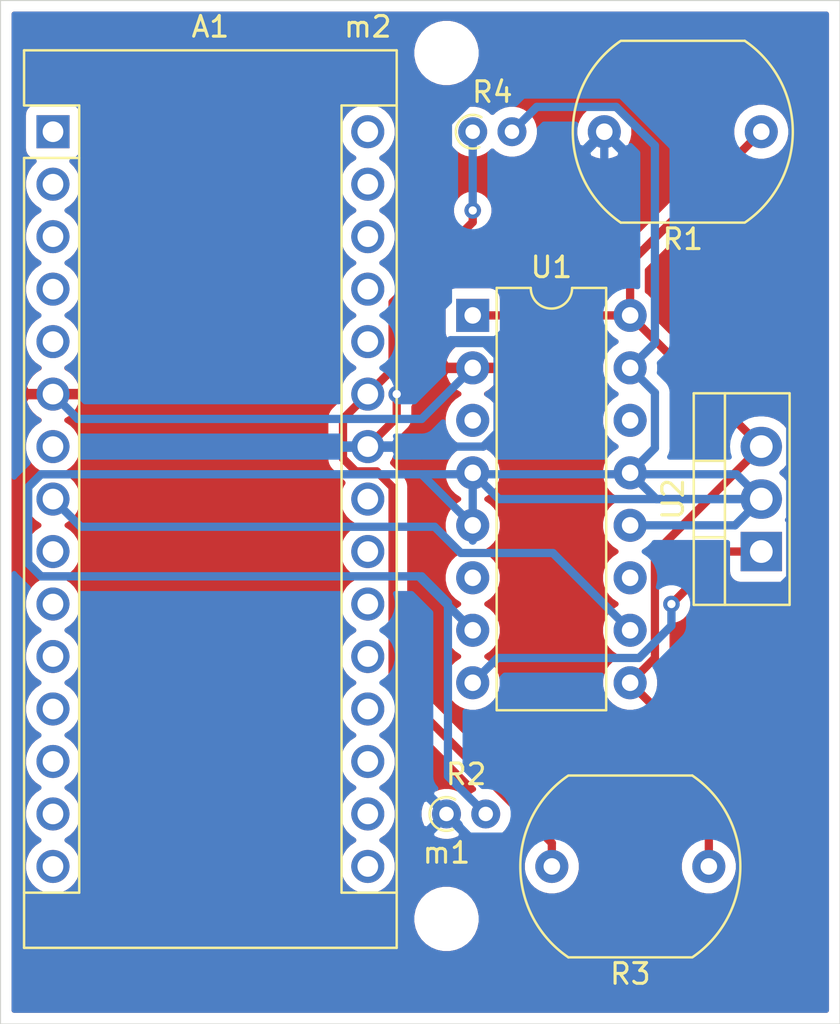
<source format=kicad_pcb>
(kicad_pcb (version 20171130) (host pcbnew "(5.1.10)-1")

  (general
    (thickness 1.6)
    (drawings 4)
    (tracks 89)
    (zones 0)
    (modules 9)
    (nets 38)
  )

  (page A4)
  (layers
    (0 F.Cu signal)
    (31 B.Cu signal)
    (32 B.Adhes user)
    (33 F.Adhes user)
    (34 B.Paste user)
    (35 F.Paste user)
    (36 B.SilkS user)
    (37 F.SilkS user)
    (38 B.Mask user)
    (39 F.Mask user)
    (40 Dwgs.User user)
    (41 Cmts.User user)
    (42 Eco1.User user)
    (43 Eco2.User user)
    (44 Edge.Cuts user)
    (45 Margin user)
    (46 B.CrtYd user)
    (47 F.CrtYd user)
    (48 B.Fab user)
    (49 F.Fab user)
  )

  (setup
    (last_trace_width 0.4)
    (user_trace_width 0.4)
    (trace_clearance 0.2)
    (zone_clearance 0.508)
    (zone_45_only no)
    (trace_min 0.2)
    (via_size 0.8)
    (via_drill 0.4)
    (via_min_size 0.4)
    (via_min_drill 0.3)
    (uvia_size 0.3)
    (uvia_drill 0.1)
    (uvias_allowed no)
    (uvia_min_size 0.2)
    (uvia_min_drill 0.1)
    (edge_width 0.05)
    (segment_width 0.2)
    (pcb_text_width 0.3)
    (pcb_text_size 1.5 1.5)
    (mod_edge_width 0.12)
    (mod_text_size 1 1)
    (mod_text_width 0.15)
    (pad_size 1.524 1.524)
    (pad_drill 0.762)
    (pad_to_mask_clearance 0)
    (aux_axis_origin 0 0)
    (visible_elements 7FFFFFFF)
    (pcbplotparams
      (layerselection 0x010fc_ffffffff)
      (usegerberextensions false)
      (usegerberattributes true)
      (usegerberadvancedattributes true)
      (creategerberjobfile true)
      (excludeedgelayer true)
      (linewidth 0.100000)
      (plotframeref false)
      (viasonmask false)
      (mode 1)
      (useauxorigin false)
      (hpglpennumber 1)
      (hpglpenspeed 20)
      (hpglpendiameter 15.000000)
      (psnegative false)
      (psa4output false)
      (plotreference true)
      (plotvalue true)
      (plotinvisibletext false)
      (padsonsilk false)
      (subtractmaskfromsilk false)
      (outputformat 1)
      (mirror false)
      (drillshape 0)
      (scaleselection 1)
      (outputdirectory "ldr1/"))
  )

  (net 0 "")
  (net 1 "Net-(A1-Pad1)")
  (net 2 "Net-(A1-Pad17)")
  (net 3 "Net-(A1-Pad2)")
  (net 4 "Net-(A1-Pad18)")
  (net 5 "Net-(A1-Pad3)")
  (net 6 "Net-(A1-Pad19)")
  (net 7 "Net-(A1-Pad4)")
  (net 8 "Net-(A1-Pad20)")
  (net 9 "Net-(A1-Pad5)")
  (net 10 "Net-(A1-Pad21)")
  (net 11 "Net-(A1-Pad6)")
  (net 12 "Net-(A1-Pad22)")
  (net 13 "Net-(A1-Pad7)")
  (net 14 "Net-(A1-Pad23)")
  (net 15 "Net-(A1-Pad8)")
  (net 16 "Net-(A1-Pad24)")
  (net 17 "Net-(A1-Pad9)")
  (net 18 "Net-(A1-Pad25)")
  (net 19 "Net-(A1-Pad10)")
  (net 20 "Net-(A1-Pad26)")
  (net 21 "Net-(A1-Pad11)")
  (net 22 "Net-(A1-Pad27)")
  (net 23 "Net-(A1-Pad12)")
  (net 24 "Net-(A1-Pad28)")
  (net 25 "Net-(A1-Pad13)")
  (net 26 "Net-(A1-Pad29)")
  (net 27 "Net-(A1-Pad14)")
  (net 28 "Net-(A1-Pad30)")
  (net 29 "Net-(A1-Pad15)")
  (net 30 "Net-(A1-Pad16)")
  (net 31 "Net-(R1-Pad1)")
  (net 32 GND)
  (net 33 "Net-(M2-Pad2)")
  (net 34 "Net-(M1-Pad2)")
  (net 35 "Net-(M2-Pad1)")
  (net 36 "Net-(M1-Pad1)")
  (net 37 +12V)

  (net_class Default "This is the default net class."
    (clearance 0.2)
    (trace_width 0.25)
    (via_dia 0.8)
    (via_drill 0.4)
    (uvia_dia 0.3)
    (uvia_drill 0.1)
    (add_net +12V)
    (add_net GND)
    (add_net "Net-(A1-Pad1)")
    (add_net "Net-(A1-Pad10)")
    (add_net "Net-(A1-Pad11)")
    (add_net "Net-(A1-Pad12)")
    (add_net "Net-(A1-Pad13)")
    (add_net "Net-(A1-Pad14)")
    (add_net "Net-(A1-Pad15)")
    (add_net "Net-(A1-Pad16)")
    (add_net "Net-(A1-Pad17)")
    (add_net "Net-(A1-Pad18)")
    (add_net "Net-(A1-Pad19)")
    (add_net "Net-(A1-Pad2)")
    (add_net "Net-(A1-Pad20)")
    (add_net "Net-(A1-Pad21)")
    (add_net "Net-(A1-Pad22)")
    (add_net "Net-(A1-Pad23)")
    (add_net "Net-(A1-Pad24)")
    (add_net "Net-(A1-Pad25)")
    (add_net "Net-(A1-Pad26)")
    (add_net "Net-(A1-Pad27)")
    (add_net "Net-(A1-Pad28)")
    (add_net "Net-(A1-Pad29)")
    (add_net "Net-(A1-Pad3)")
    (add_net "Net-(A1-Pad30)")
    (add_net "Net-(A1-Pad4)")
    (add_net "Net-(A1-Pad5)")
    (add_net "Net-(A1-Pad6)")
    (add_net "Net-(A1-Pad7)")
    (add_net "Net-(A1-Pad8)")
    (add_net "Net-(A1-Pad9)")
    (add_net "Net-(M1-Pad1)")
    (add_net "Net-(M1-Pad2)")
    (add_net "Net-(M2-Pad1)")
    (add_net "Net-(M2-Pad2)")
    (add_net "Net-(R1-Pad1)")
  )

  (module MountingHole:MountingHole_2.1mm (layer F.Cu) (tedit 5B924765) (tstamp 6179A02B)
    (at -12.7 35.56)
    (descr "Mounting Hole 2.1mm, no annular")
    (tags "mounting hole 2.1mm no annular")
    (attr virtual)
    (fp_text reference m1 (at 0 -3.2) (layer F.SilkS)
      (effects (font (size 1 1) (thickness 0.15)))
    )
    (fp_text value MountingHole_2.1mm (at 0 3.2) (layer F.Fab)
      (effects (font (size 1 1) (thickness 0.15)))
    )
    (fp_text user %R (at 0.3 0) (layer F.Fab)
      (effects (font (size 1 1) (thickness 0.15)))
    )
    (fp_circle (center 0 0) (end 2.1 0) (layer Cmts.User) (width 0.15))
    (fp_circle (center 0 0) (end 2.35 0) (layer F.CrtYd) (width 0.05))
    (pad "" np_thru_hole circle (at 0 0) (size 2.1 2.1) (drill 2.1) (layers *.Cu *.Mask))
  )

  (module MountingHole:MountingHole_2.1mm (layer F.Cu) (tedit 5B924765) (tstamp 61799FE3)
    (at -12.7 -6.35)
    (descr "Mounting Hole 2.1mm, no annular")
    (tags "mounting hole 2.1mm no annular")
    (attr virtual)
    (fp_text reference m2 (at -3.81 -1.27) (layer F.SilkS)
      (effects (font (size 1 1) (thickness 0.15)))
    )
    (fp_text value MountingHole_2.1mm (at 0 3.2) (layer F.Fab)
      (effects (font (size 1 1) (thickness 0.15)))
    )
    (fp_text user %R (at 0.3 0) (layer F.Fab)
      (effects (font (size 1 1) (thickness 0.15)))
    )
    (fp_circle (center 0 0) (end 2.1 0) (layer Cmts.User) (width 0.15))
    (fp_circle (center 0 0) (end 2.35 0) (layer F.CrtYd) (width 0.05))
    (pad "" np_thru_hole circle (at 0 0) (size 2.1 2.1) (drill 2.1) (layers *.Cu *.Mask))
  )

  (module Package_DIP:DIP-16_W7.62mm (layer F.Cu) (tedit 5A02E8C5) (tstamp 61798691)
    (at -11.43 6.35)
    (descr "16-lead though-hole mounted DIP package, row spacing 7.62 mm (300 mils)")
    (tags "THT DIP DIL PDIP 2.54mm 7.62mm 300mil")
    (path /6175AD54)
    (fp_text reference U1 (at 3.81 -2.33) (layer F.SilkS)
      (effects (font (size 1 1) (thickness 0.15)))
    )
    (fp_text value L293D (at 3.81 20.11) (layer F.Fab)
      (effects (font (size 1 1) (thickness 0.15)))
    )
    (fp_line (start 1.635 -1.27) (end 6.985 -1.27) (layer F.Fab) (width 0.1))
    (fp_line (start 6.985 -1.27) (end 6.985 19.05) (layer F.Fab) (width 0.1))
    (fp_line (start 6.985 19.05) (end 0.635 19.05) (layer F.Fab) (width 0.1))
    (fp_line (start 0.635 19.05) (end 0.635 -0.27) (layer F.Fab) (width 0.1))
    (fp_line (start 0.635 -0.27) (end 1.635 -1.27) (layer F.Fab) (width 0.1))
    (fp_line (start 2.81 -1.33) (end 1.16 -1.33) (layer F.SilkS) (width 0.12))
    (fp_line (start 1.16 -1.33) (end 1.16 19.11) (layer F.SilkS) (width 0.12))
    (fp_line (start 1.16 19.11) (end 6.46 19.11) (layer F.SilkS) (width 0.12))
    (fp_line (start 6.46 19.11) (end 6.46 -1.33) (layer F.SilkS) (width 0.12))
    (fp_line (start 6.46 -1.33) (end 4.81 -1.33) (layer F.SilkS) (width 0.12))
    (fp_line (start -1.1 -1.55) (end -1.1 19.3) (layer F.CrtYd) (width 0.05))
    (fp_line (start -1.1 19.3) (end 8.7 19.3) (layer F.CrtYd) (width 0.05))
    (fp_line (start 8.7 19.3) (end 8.7 -1.55) (layer F.CrtYd) (width 0.05))
    (fp_line (start 8.7 -1.55) (end -1.1 -1.55) (layer F.CrtYd) (width 0.05))
    (fp_arc (start 3.81 -1.33) (end 2.81 -1.33) (angle -180) (layer F.SilkS) (width 0.12))
    (fp_text user %R (at 3.81 8.89) (layer F.Fab)
      (effects (font (size 1 1) (thickness 0.15)))
    )
    (pad 1 thru_hole rect (at 0 0) (size 1.6 1.6) (drill 0.8) (layers *.Cu *.Mask)
      (net 31 "Net-(R1-Pad1)"))
    (pad 9 thru_hole oval (at 7.62 17.78) (size 1.6 1.6) (drill 0.8) (layers *.Cu *.Mask)
      (net 31 "Net-(R1-Pad1)"))
    (pad 2 thru_hole oval (at 0 2.54) (size 1.6 1.6) (drill 0.8) (layers *.Cu *.Mask)
      (net 11 "Net-(A1-Pad6)"))
    (pad 10 thru_hole oval (at 7.62 15.24) (size 1.6 1.6) (drill 0.8) (layers *.Cu *.Mask)
      (net 15 "Net-(A1-Pad8)"))
    (pad 3 thru_hole oval (at 0 5.08) (size 1.6 1.6) (drill 0.8) (layers *.Cu *.Mask)
      (net 33 "Net-(M2-Pad2)"))
    (pad 11 thru_hole oval (at 7.62 12.7) (size 1.6 1.6) (drill 0.8) (layers *.Cu *.Mask)
      (net 34 "Net-(M1-Pad2)"))
    (pad 4 thru_hole oval (at 0 7.62) (size 1.6 1.6) (drill 0.8) (layers *.Cu *.Mask)
      (net 32 GND))
    (pad 12 thru_hole oval (at 7.62 10.16) (size 1.6 1.6) (drill 0.8) (layers *.Cu *.Mask)
      (net 32 GND))
    (pad 5 thru_hole oval (at 0 10.16) (size 1.6 1.6) (drill 0.8) (layers *.Cu *.Mask)
      (net 32 GND))
    (pad 13 thru_hole oval (at 7.62 7.62) (size 1.6 1.6) (drill 0.8) (layers *.Cu *.Mask)
      (net 32 GND))
    (pad 6 thru_hole oval (at 0 12.7) (size 1.6 1.6) (drill 0.8) (layers *.Cu *.Mask)
      (net 35 "Net-(M2-Pad1)"))
    (pad 14 thru_hole oval (at 7.62 5.08) (size 1.6 1.6) (drill 0.8) (layers *.Cu *.Mask)
      (net 36 "Net-(M1-Pad1)"))
    (pad 7 thru_hole oval (at 0 15.24) (size 1.6 1.6) (drill 0.8) (layers *.Cu *.Mask)
      (net 32 GND))
    (pad 15 thru_hole oval (at 7.62 2.54) (size 1.6 1.6) (drill 0.8) (layers *.Cu *.Mask)
      (net 32 GND))
    (pad 8 thru_hole oval (at 0 17.78) (size 1.6 1.6) (drill 0.8) (layers *.Cu *.Mask)
      (net 37 +12V))
    (pad 16 thru_hole oval (at 7.62 0) (size 1.6 1.6) (drill 0.8) (layers *.Cu *.Mask)
      (net 31 "Net-(R1-Pad1)"))
    (model ${KISYS3DMOD}/Package_DIP.3dshapes/DIP-16_W7.62mm.wrl
      (at (xyz 0 0 0))
      (scale (xyz 1 1 1))
      (rotate (xyz 0 0 0))
    )
  )

  (module Module:Arduino_Nano (layer F.Cu) (tedit 58ACAF70) (tstamp 61798611)
    (at -31.75 -2.54)
    (descr "Arduino Nano, http://www.mouser.com/pdfdocs/Gravitech_Arduino_Nano3_0.pdf")
    (tags "Arduino Nano")
    (path /61759CBF)
    (fp_text reference A1 (at 7.62 -5.08) (layer F.SilkS)
      (effects (font (size 1 1) (thickness 0.15)))
    )
    (fp_text value Arduino_Nano_v2.x (at 8.89 19.05 90) (layer F.Fab)
      (effects (font (size 1 1) (thickness 0.15)))
    )
    (fp_line (start 1.27 1.27) (end 1.27 -1.27) (layer F.SilkS) (width 0.12))
    (fp_line (start 1.27 -1.27) (end -1.4 -1.27) (layer F.SilkS) (width 0.12))
    (fp_line (start -1.4 1.27) (end -1.4 39.5) (layer F.SilkS) (width 0.12))
    (fp_line (start -1.4 -3.94) (end -1.4 -1.27) (layer F.SilkS) (width 0.12))
    (fp_line (start 13.97 -1.27) (end 16.64 -1.27) (layer F.SilkS) (width 0.12))
    (fp_line (start 13.97 -1.27) (end 13.97 36.83) (layer F.SilkS) (width 0.12))
    (fp_line (start 13.97 36.83) (end 16.64 36.83) (layer F.SilkS) (width 0.12))
    (fp_line (start 1.27 1.27) (end -1.4 1.27) (layer F.SilkS) (width 0.12))
    (fp_line (start 1.27 1.27) (end 1.27 36.83) (layer F.SilkS) (width 0.12))
    (fp_line (start 1.27 36.83) (end -1.4 36.83) (layer F.SilkS) (width 0.12))
    (fp_line (start 3.81 31.75) (end 11.43 31.75) (layer F.Fab) (width 0.1))
    (fp_line (start 11.43 31.75) (end 11.43 41.91) (layer F.Fab) (width 0.1))
    (fp_line (start 11.43 41.91) (end 3.81 41.91) (layer F.Fab) (width 0.1))
    (fp_line (start 3.81 41.91) (end 3.81 31.75) (layer F.Fab) (width 0.1))
    (fp_line (start -1.4 39.5) (end 16.64 39.5) (layer F.SilkS) (width 0.12))
    (fp_line (start 16.64 39.5) (end 16.64 -3.94) (layer F.SilkS) (width 0.12))
    (fp_line (start 16.64 -3.94) (end -1.4 -3.94) (layer F.SilkS) (width 0.12))
    (fp_line (start 16.51 39.37) (end -1.27 39.37) (layer F.Fab) (width 0.1))
    (fp_line (start -1.27 39.37) (end -1.27 -2.54) (layer F.Fab) (width 0.1))
    (fp_line (start -1.27 -2.54) (end 0 -3.81) (layer F.Fab) (width 0.1))
    (fp_line (start 0 -3.81) (end 16.51 -3.81) (layer F.Fab) (width 0.1))
    (fp_line (start 16.51 -3.81) (end 16.51 39.37) (layer F.Fab) (width 0.1))
    (fp_line (start -1.53 -4.06) (end 16.75 -4.06) (layer F.CrtYd) (width 0.05))
    (fp_line (start -1.53 -4.06) (end -1.53 42.16) (layer F.CrtYd) (width 0.05))
    (fp_line (start 16.75 42.16) (end 16.75 -4.06) (layer F.CrtYd) (width 0.05))
    (fp_line (start 16.75 42.16) (end -1.53 42.16) (layer F.CrtYd) (width 0.05))
    (fp_text user %R (at 6.35 19.05 90) (layer F.Fab)
      (effects (font (size 1 1) (thickness 0.15)))
    )
    (pad 1 thru_hole rect (at 0 0) (size 1.6 1.6) (drill 1) (layers *.Cu *.Mask)
      (net 1 "Net-(A1-Pad1)"))
    (pad 17 thru_hole oval (at 15.24 33.02) (size 1.6 1.6) (drill 1) (layers *.Cu *.Mask)
      (net 2 "Net-(A1-Pad17)"))
    (pad 2 thru_hole oval (at 0 2.54) (size 1.6 1.6) (drill 1) (layers *.Cu *.Mask)
      (net 3 "Net-(A1-Pad2)"))
    (pad 18 thru_hole oval (at 15.24 30.48) (size 1.6 1.6) (drill 1) (layers *.Cu *.Mask)
      (net 4 "Net-(A1-Pad18)"))
    (pad 3 thru_hole oval (at 0 5.08) (size 1.6 1.6) (drill 1) (layers *.Cu *.Mask)
      (net 5 "Net-(A1-Pad3)"))
    (pad 19 thru_hole oval (at 15.24 27.94) (size 1.6 1.6) (drill 1) (layers *.Cu *.Mask)
      (net 6 "Net-(A1-Pad19)"))
    (pad 4 thru_hole oval (at 0 7.62) (size 1.6 1.6) (drill 1) (layers *.Cu *.Mask)
      (net 7 "Net-(A1-Pad4)"))
    (pad 20 thru_hole oval (at 15.24 25.4) (size 1.6 1.6) (drill 1) (layers *.Cu *.Mask)
      (net 8 "Net-(A1-Pad20)"))
    (pad 5 thru_hole oval (at 0 10.16) (size 1.6 1.6) (drill 1) (layers *.Cu *.Mask)
      (net 9 "Net-(A1-Pad5)"))
    (pad 21 thru_hole oval (at 15.24 22.86) (size 1.6 1.6) (drill 1) (layers *.Cu *.Mask)
      (net 10 "Net-(A1-Pad21)"))
    (pad 6 thru_hole oval (at 0 12.7) (size 1.6 1.6) (drill 1) (layers *.Cu *.Mask)
      (net 11 "Net-(A1-Pad6)"))
    (pad 22 thru_hole oval (at 15.24 20.32) (size 1.6 1.6) (drill 1) (layers *.Cu *.Mask)
      (net 12 "Net-(A1-Pad22)"))
    (pad 7 thru_hole oval (at 0 15.24) (size 1.6 1.6) (drill 1) (layers *.Cu *.Mask)
      (net 13 "Net-(A1-Pad7)"))
    (pad 23 thru_hole oval (at 15.24 17.78) (size 1.6 1.6) (drill 1) (layers *.Cu *.Mask)
      (net 14 "Net-(A1-Pad23)"))
    (pad 8 thru_hole oval (at 0 17.78) (size 1.6 1.6) (drill 1) (layers *.Cu *.Mask)
      (net 15 "Net-(A1-Pad8)"))
    (pad 24 thru_hole oval (at 15.24 15.24) (size 1.6 1.6) (drill 1) (layers *.Cu *.Mask)
      (net 16 "Net-(A1-Pad24)"))
    (pad 9 thru_hole oval (at 0 20.32) (size 1.6 1.6) (drill 1) (layers *.Cu *.Mask)
      (net 17 "Net-(A1-Pad9)"))
    (pad 25 thru_hole oval (at 15.24 12.7) (size 1.6 1.6) (drill 1) (layers *.Cu *.Mask)
      (net 18 "Net-(A1-Pad25)"))
    (pad 10 thru_hole oval (at 0 22.86) (size 1.6 1.6) (drill 1) (layers *.Cu *.Mask)
      (net 19 "Net-(A1-Pad10)"))
    (pad 26 thru_hole oval (at 15.24 10.16) (size 1.6 1.6) (drill 1) (layers *.Cu *.Mask)
      (net 20 "Net-(A1-Pad26)"))
    (pad 11 thru_hole oval (at 0 25.4) (size 1.6 1.6) (drill 1) (layers *.Cu *.Mask)
      (net 21 "Net-(A1-Pad11)"))
    (pad 27 thru_hole oval (at 15.24 7.62) (size 1.6 1.6) (drill 1) (layers *.Cu *.Mask)
      (net 22 "Net-(A1-Pad27)"))
    (pad 12 thru_hole oval (at 0 27.94) (size 1.6 1.6) (drill 1) (layers *.Cu *.Mask)
      (net 23 "Net-(A1-Pad12)"))
    (pad 28 thru_hole oval (at 15.24 5.08) (size 1.6 1.6) (drill 1) (layers *.Cu *.Mask)
      (net 24 "Net-(A1-Pad28)"))
    (pad 13 thru_hole oval (at 0 30.48) (size 1.6 1.6) (drill 1) (layers *.Cu *.Mask)
      (net 25 "Net-(A1-Pad13)"))
    (pad 29 thru_hole oval (at 15.24 2.54) (size 1.6 1.6) (drill 1) (layers *.Cu *.Mask)
      (net 26 "Net-(A1-Pad29)"))
    (pad 14 thru_hole oval (at 0 33.02) (size 1.6 1.6) (drill 1) (layers *.Cu *.Mask)
      (net 27 "Net-(A1-Pad14)"))
    (pad 30 thru_hole oval (at 15.24 0) (size 1.6 1.6) (drill 1) (layers *.Cu *.Mask)
      (net 28 "Net-(A1-Pad30)"))
    (pad 15 thru_hole oval (at 0 35.56) (size 1.6 1.6) (drill 1) (layers *.Cu *.Mask)
      (net 29 "Net-(A1-Pad15)"))
    (pad 16 thru_hole oval (at 15.24 35.56) (size 1.6 1.6) (drill 1) (layers *.Cu *.Mask)
      (net 30 "Net-(A1-Pad16)"))
    (model ${KISYS3DMOD}/Module.3dshapes/Arduino_Nano_WithMountingHoles.wrl
      (at (xyz 0 0 0))
      (scale (xyz 1 1 1))
      (rotate (xyz 0 0 0))
    )
  )

  (module OptoDevice:R_LDR_10x8.5mm_P7.6mm_Vertical (layer F.Cu) (tedit 5B860466) (tstamp 61798C7D)
    (at 2.54 -2.54 180)
    (descr "Resistor, LDR 10x8.5mm")
    (tags "Resistor LDR10.8.5mm")
    (path /6175D56B)
    (fp_text reference R1 (at 3.8 -5.2) (layer F.SilkS)
      (effects (font (size 1 1) (thickness 0.15)))
    )
    (fp_text value LDR03 (at 3.7 5.2) (layer F.Fab)
      (effects (font (size 1 1) (thickness 0.15)))
    )
    (fp_line (start 0.8 4.4) (end 6.8 4.4) (layer F.SilkS) (width 0.12))
    (fp_line (start 0.8 -4.4) (end 6.8 -4.4) (layer F.SilkS) (width 0.12))
    (fp_line (start 2.9 -1.8) (end 4.7 -1.8) (layer F.Fab) (width 0.1))
    (fp_line (start 4.7 -1.8) (end 4.7 -1.2) (layer F.Fab) (width 0.1))
    (fp_line (start 4.7 -1.2) (end 2.9 -1.2) (layer F.Fab) (width 0.1))
    (fp_line (start 2.9 -1.2) (end 2.9 -0.6) (layer F.Fab) (width 0.1))
    (fp_line (start 2.9 -0.6) (end 4.7 -0.6) (layer F.Fab) (width 0.1))
    (fp_line (start 4.7 -0.6) (end 4.7 0) (layer F.Fab) (width 0.1))
    (fp_line (start 4.7 0) (end 2.9 0) (layer F.Fab) (width 0.1))
    (fp_line (start 2.9 0) (end 2.9 0.6) (layer F.Fab) (width 0.1))
    (fp_line (start 2.9 0.6) (end 4.7 0.6) (layer F.Fab) (width 0.1))
    (fp_line (start 4.7 0.6) (end 4.7 1.2) (layer F.Fab) (width 0.1))
    (fp_line (start 4.7 1.2) (end 2.9 1.2) (layer F.Fab) (width 0.1))
    (fp_line (start 2.9 1.2) (end 2.9 1.8) (layer F.Fab) (width 0.1))
    (fp_line (start 2.9 1.8) (end 4.7 1.8) (layer F.Fab) (width 0.1))
    (fp_line (start 6.8 4.25) (end 0.8 4.25) (layer F.Fab) (width 0.1))
    (fp_line (start 0.8 -4.25) (end 6.8 -4.25) (layer F.Fab) (width 0.1))
    (fp_line (start -1.65 -4.5) (end 9.25 -4.5) (layer F.CrtYd) (width 0.05))
    (fp_line (start -1.65 -4.5) (end -1.65 4.5) (layer F.CrtYd) (width 0.05))
    (fp_line (start 9.25 4.5) (end 9.25 -4.5) (layer F.CrtYd) (width 0.05))
    (fp_line (start 9.25 4.5) (end -1.65 4.5) (layer F.CrtYd) (width 0.05))
    (fp_text user %R (at 3.8 -2.5) (layer F.Fab)
      (effects (font (size 1 1) (thickness 0.15)))
    )
    (fp_arc (start 3.8 0) (end 0.8 4.4) (angle 111) (layer F.SilkS) (width 0.12))
    (fp_arc (start 3.8 0) (end 6.8 -4.4) (angle 111) (layer F.SilkS) (width 0.12))
    (fp_arc (start 3.8 0) (end 6.8 -4.25) (angle 109) (layer F.Fab) (width 0.1))
    (fp_arc (start 3.8 0) (end 0.8 4.25) (angle 109) (layer F.Fab) (width 0.1))
    (pad 1 thru_hole circle (at 0 0 180) (size 1.6 1.6) (drill 0.8) (layers *.Cu *.Mask)
      (net 31 "Net-(R1-Pad1)"))
    (pad 2 thru_hole circle (at 7.6 0 180) (size 1.6 1.6) (drill 0.8) (layers *.Cu *.Mask)
      (net 16 "Net-(A1-Pad24)"))
    (model ${KISYS3DMOD}/OptoDevice.3dshapes/R_LDR_10x8.5mm_P7.6mm_Vertical.wrl
      (at (xyz 0 0 0))
      (scale (xyz 1 1 1))
      (rotate (xyz 0 0 0))
    )
  )

  (module Resistor_THT:R_Axial_DIN0204_L3.6mm_D1.6mm_P1.90mm_Vertical (layer F.Cu) (tedit 5AE5139B) (tstamp 6179863F)
    (at -12.7 30.48)
    (descr "Resistor, Axial_DIN0204 series, Axial, Vertical, pin pitch=1.9mm, 0.167W, length*diameter=3.6*1.6mm^2, http://cdn-reichelt.de/documents/datenblatt/B400/1_4W%23YAG.pdf")
    (tags "Resistor Axial_DIN0204 series Axial Vertical pin pitch 1.9mm 0.167W length 3.6mm diameter 1.6mm")
    (path /6175DFB3)
    (fp_text reference R2 (at 0.95 -1.92) (layer F.SilkS)
      (effects (font (size 1 1) (thickness 0.15)))
    )
    (fp_text value R (at 0.95 1.92) (layer F.Fab)
      (effects (font (size 1 1) (thickness 0.15)))
    )
    (fp_circle (center 0 0) (end 0.8 0) (layer F.Fab) (width 0.1))
    (fp_line (start 0 0) (end 1.9 0) (layer F.Fab) (width 0.1))
    (fp_line (start -1.05 -1.05) (end -1.05 1.05) (layer F.CrtYd) (width 0.05))
    (fp_line (start -1.05 1.05) (end 2.86 1.05) (layer F.CrtYd) (width 0.05))
    (fp_line (start 2.86 1.05) (end 2.86 -1.05) (layer F.CrtYd) (width 0.05))
    (fp_line (start 2.86 -1.05) (end -1.05 -1.05) (layer F.CrtYd) (width 0.05))
    (fp_arc (start 0 0) (end 0.417133 -0.7) (angle -233.92106) (layer F.SilkS) (width 0.12))
    (fp_text user %R (at 0.95 -1.92) (layer F.Fab)
      (effects (font (size 1 1) (thickness 0.15)))
    )
    (pad 1 thru_hole circle (at 0 0) (size 1.4 1.4) (drill 0.7) (layers *.Cu *.Mask)
      (net 16 "Net-(A1-Pad24)"))
    (pad 2 thru_hole oval (at 1.9 0) (size 1.4 1.4) (drill 0.7) (layers *.Cu *.Mask)
      (net 32 GND))
    (model ${KISYS3DMOD}/Resistor_THT.3dshapes/R_Axial_DIN0204_L3.6mm_D1.6mm_P1.90mm_Vertical.wrl
      (at (xyz 0 0 0))
      (scale (xyz 1 1 1))
      (rotate (xyz 0 0 0))
    )
  )

  (module OptoDevice:R_LDR_10x8.5mm_P7.6mm_Vertical (layer F.Cu) (tedit 5B860466) (tstamp 6179865F)
    (at 0 33.02 180)
    (descr "Resistor, LDR 10x8.5mm")
    (tags "Resistor LDR10.8.5mm")
    (path /617A9C4E)
    (fp_text reference R3 (at 3.8 -5.2) (layer F.SilkS)
      (effects (font (size 1 1) (thickness 0.15)))
    )
    (fp_text value LDR03 (at 3.7 5.2) (layer F.Fab)
      (effects (font (size 1 1) (thickness 0.15)))
    )
    (fp_line (start 9.25 4.5) (end -1.65 4.5) (layer F.CrtYd) (width 0.05))
    (fp_line (start 9.25 4.5) (end 9.25 -4.5) (layer F.CrtYd) (width 0.05))
    (fp_line (start -1.65 -4.5) (end -1.65 4.5) (layer F.CrtYd) (width 0.05))
    (fp_line (start -1.65 -4.5) (end 9.25 -4.5) (layer F.CrtYd) (width 0.05))
    (fp_line (start 0.8 -4.25) (end 6.8 -4.25) (layer F.Fab) (width 0.1))
    (fp_line (start 6.8 4.25) (end 0.8 4.25) (layer F.Fab) (width 0.1))
    (fp_line (start 2.9 1.8) (end 4.7 1.8) (layer F.Fab) (width 0.1))
    (fp_line (start 2.9 1.2) (end 2.9 1.8) (layer F.Fab) (width 0.1))
    (fp_line (start 4.7 1.2) (end 2.9 1.2) (layer F.Fab) (width 0.1))
    (fp_line (start 4.7 0.6) (end 4.7 1.2) (layer F.Fab) (width 0.1))
    (fp_line (start 2.9 0.6) (end 4.7 0.6) (layer F.Fab) (width 0.1))
    (fp_line (start 2.9 0) (end 2.9 0.6) (layer F.Fab) (width 0.1))
    (fp_line (start 4.7 0) (end 2.9 0) (layer F.Fab) (width 0.1))
    (fp_line (start 4.7 -0.6) (end 4.7 0) (layer F.Fab) (width 0.1))
    (fp_line (start 2.9 -0.6) (end 4.7 -0.6) (layer F.Fab) (width 0.1))
    (fp_line (start 2.9 -1.2) (end 2.9 -0.6) (layer F.Fab) (width 0.1))
    (fp_line (start 4.7 -1.2) (end 2.9 -1.2) (layer F.Fab) (width 0.1))
    (fp_line (start 4.7 -1.8) (end 4.7 -1.2) (layer F.Fab) (width 0.1))
    (fp_line (start 2.9 -1.8) (end 4.7 -1.8) (layer F.Fab) (width 0.1))
    (fp_line (start 0.8 -4.4) (end 6.8 -4.4) (layer F.SilkS) (width 0.12))
    (fp_line (start 0.8 4.4) (end 6.8 4.4) (layer F.SilkS) (width 0.12))
    (fp_arc (start 3.8 0) (end 0.8 4.25) (angle 109) (layer F.Fab) (width 0.1))
    (fp_arc (start 3.8 0) (end 6.8 -4.25) (angle 109) (layer F.Fab) (width 0.1))
    (fp_arc (start 3.8 0) (end 6.8 -4.4) (angle 111) (layer F.SilkS) (width 0.12))
    (fp_arc (start 3.8 0) (end 0.8 4.4) (angle 111) (layer F.SilkS) (width 0.12))
    (fp_text user %R (at 3.8 -2.5) (layer F.Fab)
      (effects (font (size 1 1) (thickness 0.15)))
    )
    (pad 2 thru_hole circle (at 7.6 0 180) (size 1.6 1.6) (drill 0.8) (layers *.Cu *.Mask)
      (net 18 "Net-(A1-Pad25)"))
    (pad 1 thru_hole circle (at 0 0 180) (size 1.6 1.6) (drill 0.8) (layers *.Cu *.Mask)
      (net 31 "Net-(R1-Pad1)"))
    (model ${KISYS3DMOD}/OptoDevice.3dshapes/R_LDR_10x8.5mm_P7.6mm_Vertical.wrl
      (at (xyz 0 0 0))
      (scale (xyz 1 1 1))
      (rotate (xyz 0 0 0))
    )
  )

  (module Resistor_THT:R_Axial_DIN0204_L3.6mm_D1.6mm_P1.90mm_Vertical (layer F.Cu) (tedit 5AE5139B) (tstamp 61799222)
    (at -11.43 -2.54)
    (descr "Resistor, Axial_DIN0204 series, Axial, Vertical, pin pitch=1.9mm, 0.167W, length*diameter=3.6*1.6mm^2, http://cdn-reichelt.de/documents/datenblatt/B400/1_4W%23YAG.pdf")
    (tags "Resistor Axial_DIN0204 series Axial Vertical pin pitch 1.9mm 0.167W length 3.6mm diameter 1.6mm")
    (path /617AA318)
    (fp_text reference R4 (at 0.95 -1.92) (layer F.SilkS)
      (effects (font (size 1 1) (thickness 0.15)))
    )
    (fp_text value R (at 0.95 1.92) (layer F.Fab)
      (effects (font (size 1 1) (thickness 0.15)))
    )
    (fp_line (start 2.86 -1.05) (end -1.05 -1.05) (layer F.CrtYd) (width 0.05))
    (fp_line (start 2.86 1.05) (end 2.86 -1.05) (layer F.CrtYd) (width 0.05))
    (fp_line (start -1.05 1.05) (end 2.86 1.05) (layer F.CrtYd) (width 0.05))
    (fp_line (start -1.05 -1.05) (end -1.05 1.05) (layer F.CrtYd) (width 0.05))
    (fp_line (start 0 0) (end 1.9 0) (layer F.Fab) (width 0.1))
    (fp_circle (center 0 0) (end 0.8 0) (layer F.Fab) (width 0.1))
    (fp_text user %R (at 0.95 -1.92) (layer F.Fab)
      (effects (font (size 1 1) (thickness 0.15)))
    )
    (fp_arc (start 0 0) (end 0.417133 -0.7) (angle -233.92106) (layer F.SilkS) (width 0.12))
    (pad 2 thru_hole oval (at 1.9 0) (size 1.4 1.4) (drill 0.7) (layers *.Cu *.Mask)
      (net 32 GND))
    (pad 1 thru_hole circle (at 0 0) (size 1.4 1.4) (drill 0.7) (layers *.Cu *.Mask)
      (net 18 "Net-(A1-Pad25)"))
    (model ${KISYS3DMOD}/Resistor_THT.3dshapes/R_Axial_DIN0204_L3.6mm_D1.6mm_P1.90mm_Vertical.wrl
      (at (xyz 0 0 0))
      (scale (xyz 1 1 1))
      (rotate (xyz 0 0 0))
    )
  )

  (module Package_TO_SOT_THT:TO-220-3_Vertical (layer F.Cu) (tedit 5AC8BA0D) (tstamp 617986AB)
    (at 2.54 17.78 90)
    (descr "TO-220-3, Vertical, RM 2.54mm, see https://www.vishay.com/docs/66542/to-220-1.pdf")
    (tags "TO-220-3 Vertical RM 2.54mm")
    (path /6175C30E)
    (fp_text reference U2 (at 2.54 -4.27 90) (layer F.SilkS)
      (effects (font (size 1 1) (thickness 0.15)))
    )
    (fp_text value LM7805_TO220 (at 2.54 2.5 90) (layer F.Fab)
      (effects (font (size 1 1) (thickness 0.15)))
    )
    (fp_line (start 7.79 -3.4) (end -2.71 -3.4) (layer F.CrtYd) (width 0.05))
    (fp_line (start 7.79 1.51) (end 7.79 -3.4) (layer F.CrtYd) (width 0.05))
    (fp_line (start -2.71 1.51) (end 7.79 1.51) (layer F.CrtYd) (width 0.05))
    (fp_line (start -2.71 -3.4) (end -2.71 1.51) (layer F.CrtYd) (width 0.05))
    (fp_line (start 4.391 -3.27) (end 4.391 -1.76) (layer F.SilkS) (width 0.12))
    (fp_line (start 0.69 -3.27) (end 0.69 -1.76) (layer F.SilkS) (width 0.12))
    (fp_line (start -2.58 -1.76) (end 7.66 -1.76) (layer F.SilkS) (width 0.12))
    (fp_line (start 7.66 -3.27) (end 7.66 1.371) (layer F.SilkS) (width 0.12))
    (fp_line (start -2.58 -3.27) (end -2.58 1.371) (layer F.SilkS) (width 0.12))
    (fp_line (start -2.58 1.371) (end 7.66 1.371) (layer F.SilkS) (width 0.12))
    (fp_line (start -2.58 -3.27) (end 7.66 -3.27) (layer F.SilkS) (width 0.12))
    (fp_line (start 4.39 -3.15) (end 4.39 -1.88) (layer F.Fab) (width 0.1))
    (fp_line (start 0.69 -3.15) (end 0.69 -1.88) (layer F.Fab) (width 0.1))
    (fp_line (start -2.46 -1.88) (end 7.54 -1.88) (layer F.Fab) (width 0.1))
    (fp_line (start 7.54 -3.15) (end -2.46 -3.15) (layer F.Fab) (width 0.1))
    (fp_line (start 7.54 1.25) (end 7.54 -3.15) (layer F.Fab) (width 0.1))
    (fp_line (start -2.46 1.25) (end 7.54 1.25) (layer F.Fab) (width 0.1))
    (fp_line (start -2.46 -3.15) (end -2.46 1.25) (layer F.Fab) (width 0.1))
    (fp_text user %R (at 2.54 -4.27 90) (layer F.Fab)
      (effects (font (size 1 1) (thickness 0.15)))
    )
    (pad 3 thru_hole oval (at 5.08 0 90) (size 1.905 2) (drill 1.1) (layers *.Cu *.Mask)
      (net 31 "Net-(R1-Pad1)"))
    (pad 2 thru_hole oval (at 2.54 0 90) (size 1.905 2) (drill 1.1) (layers *.Cu *.Mask)
      (net 32 GND))
    (pad 1 thru_hole rect (at 0 0 90) (size 1.905 2) (drill 1.1) (layers *.Cu *.Mask)
      (net 37 +12V))
    (model ${KISYS3DMOD}/Package_TO_SOT_THT.3dshapes/TO-220-3_Vertical.wrl
      (at (xyz 0 0 0))
      (scale (xyz 1 1 1))
      (rotate (xyz 0 0 0))
    )
  )

  (gr_line (start -34.29 40.64) (end -34.29 -8.89) (layer Edge.Cuts) (width 0.05) (tstamp 617999DA))
  (gr_line (start 6.35 40.64) (end -34.29 40.64) (layer Edge.Cuts) (width 0.05))
  (gr_line (start 6.35 -8.89) (end 6.35 40.64) (layer Edge.Cuts) (width 0.05))
  (gr_line (start -34.29 -8.89) (end 6.35 -8.89) (layer Edge.Cuts) (width 0.05))

  (segment (start -13.900001 11.360001) (end -11.43 8.89) (width 0.4) (layer B.Cu) (net 11))
  (segment (start -30.549999 11.360001) (end -13.900001 11.360001) (width 0.4) (layer B.Cu) (net 11))
  (segment (start -31.75 10.16) (end -30.549999 11.360001) (width 0.4) (layer B.Cu) (net 11))
  (segment (start -12.006001 17.849999) (end -7.550001 17.849999) (width 0.4) (layer B.Cu) (net 15))
  (segment (start -13.276001 16.579999) (end -12.006001 17.849999) (width 0.4) (layer B.Cu) (net 15))
  (segment (start -7.550001 17.849999) (end -3.81 21.59) (width 0.4) (layer B.Cu) (net 15))
  (segment (start -30.410001 16.579999) (end -13.276001 16.579999) (width 0.4) (layer B.Cu) (net 15))
  (segment (start -31.75 15.24) (end -30.410001 16.579999) (width 0.4) (layer B.Cu) (net 15))
  (segment (start -16.51 12.58137) (end -16.51 12.7) (width 0.4) (layer B.Cu) (net 16))
  (segment (start -12.499998 7.550001) (end -15.109997 10.16) (width 0.4) (layer B.Cu) (net 16))
  (via (at -15.109997 10.16) (size 0.8) (drill 0.4) (layers F.Cu B.Cu) (net 16))
  (segment (start -10.309999 7.550001) (end -12.499998 7.550001) (width 0.4) (layer B.Cu) (net 16))
  (segment (start -5.06 2.300002) (end -10.309999 7.550001) (width 0.4) (layer B.Cu) (net 16))
  (segment (start -5.06 -2.54) (end -5.06 2.300002) (width 0.4) (layer B.Cu) (net 16))
  (segment (start -15.109997 11.299997) (end -16.51 12.7) (width 0.4) (layer F.Cu) (net 16))
  (segment (start -15.109997 10.16) (end -15.109997 11.299997) (width 0.4) (layer F.Cu) (net 16))
  (segment (start -10.923998 12.7) (end -16.51 12.7) (width 0.4) (layer B.Cu) (net 16))
  (segment (start -10.229999 12.006001) (end -10.923998 12.7) (width 0.4) (layer B.Cu) (net 16))
  (segment (start -10.229999 8.313999) (end -10.229999 12.006001) (width 0.4) (layer B.Cu) (net 16))
  (segment (start -10.853999 7.689999) (end -10.229999 8.313999) (width 0.4) (layer B.Cu) (net 16))
  (segment (start -14.663999 7.689999) (end -10.853999 7.689999) (width 0.4) (layer B.Cu) (net 16))
  (segment (start -12.630001 5.656001) (end -14.663999 7.689999) (width 0.4) (layer B.Cu) (net 16))
  (segment (start -12.630001 -2.968001) (end -12.630001 5.656001) (width 0.4) (layer B.Cu) (net 16))
  (segment (start -11.257991 -4.340011) (end -12.630001 -2.968001) (width 0.4) (layer B.Cu) (net 16))
  (segment (start -4.235467 -4.340011) (end -11.257991 -4.340011) (width 0.4) (layer B.Cu) (net 16))
  (segment (start -8.587499 31.580001) (end 3.940001 19.052501) (width 0.4) (layer B.Cu) (net 16))
  (segment (start 3.940001 3.835457) (end -4.235467 -4.340011) (width 0.4) (layer B.Cu) (net 16))
  (segment (start -11.599999 31.580001) (end -8.587499 31.580001) (width 0.4) (layer B.Cu) (net 16))
  (segment (start 3.940001 19.052501) (end 3.940001 3.835457) (width 0.4) (layer B.Cu) (net 16))
  (segment (start -12.7 30.48) (end -11.599999 31.580001) (width 0.4) (layer B.Cu) (net 16))
  (segment (start -17.710001 11.360001) (end -16.51 10.16) (width 0.4) (layer F.Cu) (net 18))
  (segment (start -17.710001 13.276001) (end -17.710001 11.360001) (width 0.4) (layer F.Cu) (net 18))
  (segment (start -15.309999 14.663999) (end -16.073997 13.900001) (width 0.4) (layer F.Cu) (net 18))
  (segment (start -17.086001 13.900001) (end -17.710001 13.276001) (width 0.4) (layer F.Cu) (net 18))
  (segment (start -15.309999 24.178631) (end -15.309999 14.663999) (width 0.4) (layer F.Cu) (net 18))
  (segment (start -16.073997 13.900001) (end -17.086001 13.900001) (width 0.4) (layer F.Cu) (net 18))
  (segment (start -7.6 31.88863) (end -15.309999 24.178631) (width 0.4) (layer F.Cu) (net 18))
  (segment (start -7.6 33.02) (end -7.6 31.88863) (width 0.4) (layer F.Cu) (net 18))
  (via (at -11.43 1.27) (size 0.8) (drill 0.4) (layers F.Cu B.Cu) (net 18))
  (segment (start -11.43 -2.54) (end -11.43 1.27) (width 0.4) (layer B.Cu) (net 18))
  (segment (start -15.309999 5.715684) (end -15.309999 8.959999) (width 0.4) (layer F.Cu) (net 18))
  (segment (start -15.309999 8.959999) (end -16.51 10.16) (width 0.4) (layer F.Cu) (net 18))
  (segment (start -11.43 1.835685) (end -15.309999 5.715684) (width 0.4) (layer F.Cu) (net 18))
  (segment (start -11.43 1.27) (end -11.43 1.835685) (width 0.4) (layer F.Cu) (net 18))
  (segment (start 0 27.94) (end -3.81 24.13) (width 0.4) (layer F.Cu) (net 31))
  (segment (start 0 33.02) (end 0 27.94) (width 0.4) (layer F.Cu) (net 31))
  (segment (start -2.609999 17.849999) (end 2.54 12.7) (width 0.4) (layer F.Cu) (net 31))
  (segment (start -2.609999 22.929999) (end -2.609999 17.849999) (width 0.4) (layer F.Cu) (net 31))
  (segment (start -3.81 24.13) (end -2.609999 22.929999) (width 0.4) (layer F.Cu) (net 31))
  (segment (start 2.54 12.7) (end -3.81 6.35) (width 0.4) (layer F.Cu) (net 31))
  (segment (start -3.81 6.35) (end -11.43 6.35) (width 0.4) (layer F.Cu) (net 31))
  (segment (start -3.81 3.81) (end 2.54 -2.54) (width 0.4) (layer F.Cu) (net 31))
  (segment (start -3.81 6.35) (end -3.81 3.81) (width 0.4) (layer F.Cu) (net 31))
  (segment (start -10.16 15.24) (end -11.43 13.97) (width 0.4) (layer B.Cu) (net 32))
  (segment (start 2.54 15.24) (end -10.16 15.24) (width 0.4) (layer B.Cu) (net 32))
  (segment (start -11.43 13.97) (end -11.43 16.51) (width 0.4) (layer B.Cu) (net 32))
  (segment (start -11.43 16.51) (end -11.43 17.249989) (width 0.4) (layer B.Cu) (net 32))
  (segment (start -2.54 15.24) (end -3.81 13.97) (width 0.4) (layer B.Cu) (net 32))
  (segment (start 2.54 15.24) (end -2.54 15.24) (width 0.4) (layer B.Cu) (net 32))
  (segment (start -2.609999 10.090001) (end -3.81 8.89) (width 0.4) (layer B.Cu) (net 32))
  (segment (start -2.609999 12.769999) (end -2.609999 10.090001) (width 0.4) (layer B.Cu) (net 32))
  (segment (start -3.81 13.97) (end -2.609999 12.769999) (width 0.4) (layer B.Cu) (net 32))
  (segment (start -8.329999 -3.740001) (end -9.53 -2.54) (width 0.4) (layer B.Cu) (net 32))
  (segment (start -4.483999 -3.740001) (end -8.329999 -3.740001) (width 0.4) (layer B.Cu) (net 32))
  (segment (start -2.609999 -1.866001) (end -4.483999 -3.740001) (width 0.4) (layer B.Cu) (net 32))
  (segment (start -2.609999 7.689999) (end -2.609999 -1.866001) (width 0.4) (layer B.Cu) (net 32))
  (segment (start -3.81 8.89) (end -2.609999 7.689999) (width 0.4) (layer B.Cu) (net 32))
  (segment (start -13.900001 14.039999) (end -11.43 16.51) (width 0.4) (layer B.Cu) (net 32))
  (segment (start -32.326001 14.039999) (end -13.900001 14.039999) (width 0.4) (layer B.Cu) (net 32))
  (segment (start -13.900001 18.980001) (end -32.326001 18.980001) (width 0.4) (layer B.Cu) (net 32))
  (segment (start -12.630001 20.250001) (end -13.900001 18.980001) (width 0.4) (layer B.Cu) (net 32))
  (segment (start -12.630001 28.649999) (end -12.630001 20.250001) (width 0.4) (layer B.Cu) (net 32))
  (segment (start -10.8 30.48) (end -12.630001 28.649999) (width 0.4) (layer B.Cu) (net 32))
  (segment (start 1.27 16.51) (end 2.54 15.24) (width 0.4) (layer B.Cu) (net 32))
  (segment (start -3.81 16.51) (end 1.27 16.51) (width 0.4) (layer B.Cu) (net 32))
  (segment (start 1.339999 14.039999) (end 2.54 15.24) (width 0.4) (layer B.Cu) (net 32))
  (segment (start -32.326001 14.039999) (end 1.339999 14.039999) (width 0.4) (layer B.Cu) (net 32))
  (segment (start -32.950001 14.663999) (end -32.326001 14.039999) (width 0.4) (layer B.Cu) (net 32))
  (segment (start -32.326001 18.980001) (end -32.950001 18.356001) (width 0.4) (layer B.Cu) (net 32))
  (segment (start -32.950001 18.356001) (end -32.950001 14.663999) (width 0.4) (layer B.Cu) (net 32))
  (segment (start -14.039999 18.980001) (end -32.326001 18.980001) (width 0.4) (layer B.Cu) (net 32))
  (segment (start -11.43 21.59) (end -14.039999 18.980001) (width 0.4) (layer B.Cu) (net 32))
  (via (at -1.809999 20.32) (size 0.8) (drill 0.4) (layers F.Cu B.Cu) (net 37))
  (segment (start 0.730001 17.78) (end -1.809999 20.32) (width 0.4) (layer F.Cu) (net 37))
  (segment (start 2.54 17.78) (end 0.730001 17.78) (width 0.4) (layer F.Cu) (net 37))
  (segment (start -10.229999 22.929999) (end -11.43 24.13) (width 0.4) (layer B.Cu) (net 37))
  (segment (start -3.373997 22.929999) (end -10.229999 22.929999) (width 0.4) (layer B.Cu) (net 37))
  (segment (start -1.809999 21.366001) (end -3.373997 22.929999) (width 0.4) (layer B.Cu) (net 37))
  (segment (start -1.809999 20.32) (end -1.809999 21.366001) (width 0.4) (layer B.Cu) (net 37))

  (zone (net 11) (net_name "Net-(A1-Pad6)") (layer F.Cu) (tstamp 6179A245) (hatch edge 0.508)
    (connect_pads (clearance 0.508))
    (min_thickness 0.254)
    (fill yes (arc_segments 32) (thermal_gap 0.508) (thermal_bridge_width 0.508))
    (polygon
      (pts
        (xy 6.35 40.64) (xy -34.29 40.64) (xy -34.29 -8.89) (xy 6.35 -8.89)
      )
    )
    (filled_polygon
      (pts
        (xy 5.690001 39.98) (xy -33.63 39.98) (xy -33.63 35.394042) (xy -14.385 35.394042) (xy -14.385 35.725958)
        (xy -14.320246 36.051496) (xy -14.193228 36.358147) (xy -14.008825 36.634125) (xy -13.774125 36.868825) (xy -13.498147 37.053228)
        (xy -13.191496 37.180246) (xy -12.865958 37.245) (xy -12.534042 37.245) (xy -12.208504 37.180246) (xy -11.901853 37.053228)
        (xy -11.625875 36.868825) (xy -11.391175 36.634125) (xy -11.206772 36.358147) (xy -11.079754 36.051496) (xy -11.015 35.725958)
        (xy -11.015 35.394042) (xy -11.079754 35.068504) (xy -11.206772 34.761853) (xy -11.391175 34.485875) (xy -11.625875 34.251175)
        (xy -11.901853 34.066772) (xy -12.208504 33.939754) (xy -12.534042 33.875) (xy -12.865958 33.875) (xy -13.191496 33.939754)
        (xy -13.498147 34.066772) (xy -13.774125 34.251175) (xy -14.008825 34.485875) (xy -14.193228 34.761853) (xy -14.320246 35.068504)
        (xy -14.385 35.394042) (xy -33.63 35.394042) (xy -33.63 12.558665) (xy -33.185 12.558665) (xy -33.185 12.841335)
        (xy -33.129853 13.118574) (xy -33.02168 13.379727) (xy -32.864637 13.614759) (xy -32.664759 13.814637) (xy -32.432241 13.97)
        (xy -32.664759 14.125363) (xy -32.864637 14.325241) (xy -33.02168 14.560273) (xy -33.129853 14.821426) (xy -33.185 15.098665)
        (xy -33.185 15.381335) (xy -33.129853 15.658574) (xy -33.02168 15.919727) (xy -32.864637 16.154759) (xy -32.664759 16.354637)
        (xy -32.432241 16.51) (xy -32.664759 16.665363) (xy -32.864637 16.865241) (xy -33.02168 17.100273) (xy -33.129853 17.361426)
        (xy -33.185 17.638665) (xy -33.185 17.921335) (xy -33.129853 18.198574) (xy -33.02168 18.459727) (xy -32.864637 18.694759)
        (xy -32.664759 18.894637) (xy -32.432241 19.05) (xy -32.664759 19.205363) (xy -32.864637 19.405241) (xy -33.02168 19.640273)
        (xy -33.129853 19.901426) (xy -33.185 20.178665) (xy -33.185 20.461335) (xy -33.129853 20.738574) (xy -33.02168 20.999727)
        (xy -32.864637 21.234759) (xy -32.664759 21.434637) (xy -32.432241 21.59) (xy -32.664759 21.745363) (xy -32.864637 21.945241)
        (xy -33.02168 22.180273) (xy -33.129853 22.441426) (xy -33.185 22.718665) (xy -33.185 23.001335) (xy -33.129853 23.278574)
        (xy -33.02168 23.539727) (xy -32.864637 23.774759) (xy -32.664759 23.974637) (xy -32.432241 24.13) (xy -32.664759 24.285363)
        (xy -32.864637 24.485241) (xy -33.02168 24.720273) (xy -33.129853 24.981426) (xy -33.185 25.258665) (xy -33.185 25.541335)
        (xy -33.129853 25.818574) (xy -33.02168 26.079727) (xy -32.864637 26.314759) (xy -32.664759 26.514637) (xy -32.432241 26.67)
        (xy -32.664759 26.825363) (xy -32.864637 27.025241) (xy -33.02168 27.260273) (xy -33.129853 27.521426) (xy -33.185 27.798665)
        (xy -33.185 28.081335) (xy -33.129853 28.358574) (xy -33.02168 28.619727) (xy -32.864637 28.854759) (xy -32.664759 29.054637)
        (xy -32.432241 29.21) (xy -32.664759 29.365363) (xy -32.864637 29.565241) (xy -33.02168 29.800273) (xy -33.129853 30.061426)
        (xy -33.185 30.338665) (xy -33.185 30.621335) (xy -33.129853 30.898574) (xy -33.02168 31.159727) (xy -32.864637 31.394759)
        (xy -32.664759 31.594637) (xy -32.432241 31.75) (xy -32.664759 31.905363) (xy -32.864637 32.105241) (xy -33.02168 32.340273)
        (xy -33.129853 32.601426) (xy -33.185 32.878665) (xy -33.185 33.161335) (xy -33.129853 33.438574) (xy -33.02168 33.699727)
        (xy -32.864637 33.934759) (xy -32.664759 34.134637) (xy -32.429727 34.29168) (xy -32.168574 34.399853) (xy -31.891335 34.455)
        (xy -31.608665 34.455) (xy -31.331426 34.399853) (xy -31.070273 34.29168) (xy -30.835241 34.134637) (xy -30.635363 33.934759)
        (xy -30.47832 33.699727) (xy -30.370147 33.438574) (xy -30.315 33.161335) (xy -30.315 32.878665) (xy -30.370147 32.601426)
        (xy -30.47832 32.340273) (xy -30.635363 32.105241) (xy -30.835241 31.905363) (xy -31.067759 31.75) (xy -30.835241 31.594637)
        (xy -30.635363 31.394759) (xy -30.47832 31.159727) (xy -30.370147 30.898574) (xy -30.315 30.621335) (xy -30.315 30.338665)
        (xy -30.370147 30.061426) (xy -30.47832 29.800273) (xy -30.635363 29.565241) (xy -30.835241 29.365363) (xy -31.067759 29.21)
        (xy -30.835241 29.054637) (xy -30.635363 28.854759) (xy -30.47832 28.619727) (xy -30.370147 28.358574) (xy -30.315 28.081335)
        (xy -30.315 27.798665) (xy -30.370147 27.521426) (xy -30.47832 27.260273) (xy -30.635363 27.025241) (xy -30.835241 26.825363)
        (xy -31.067759 26.67) (xy -30.835241 26.514637) (xy -30.635363 26.314759) (xy -30.47832 26.079727) (xy -30.370147 25.818574)
        (xy -30.315 25.541335) (xy -30.315 25.258665) (xy -30.370147 24.981426) (xy -30.47832 24.720273) (xy -30.635363 24.485241)
        (xy -30.835241 24.285363) (xy -31.067759 24.13) (xy -30.835241 23.974637) (xy -30.635363 23.774759) (xy -30.47832 23.539727)
        (xy -30.370147 23.278574) (xy -30.315 23.001335) (xy -30.315 22.718665) (xy -30.370147 22.441426) (xy -30.47832 22.180273)
        (xy -30.635363 21.945241) (xy -30.835241 21.745363) (xy -31.067759 21.59) (xy -30.835241 21.434637) (xy -30.635363 21.234759)
        (xy -30.47832 20.999727) (xy -30.370147 20.738574) (xy -30.315 20.461335) (xy -30.315 20.178665) (xy -30.370147 19.901426)
        (xy -30.47832 19.640273) (xy -30.635363 19.405241) (xy -30.835241 19.205363) (xy -31.067759 19.05) (xy -30.835241 18.894637)
        (xy -30.635363 18.694759) (xy -30.47832 18.459727) (xy -30.370147 18.198574) (xy -30.315 17.921335) (xy -30.315 17.638665)
        (xy -30.370147 17.361426) (xy -30.47832 17.100273) (xy -30.635363 16.865241) (xy -30.835241 16.665363) (xy -31.067759 16.51)
        (xy -30.835241 16.354637) (xy -30.635363 16.154759) (xy -30.47832 15.919727) (xy -30.370147 15.658574) (xy -30.315 15.381335)
        (xy -30.315 15.098665) (xy -30.370147 14.821426) (xy -30.47832 14.560273) (xy -30.635363 14.325241) (xy -30.835241 14.125363)
        (xy -31.067759 13.97) (xy -30.835241 13.814637) (xy -30.635363 13.614759) (xy -30.47832 13.379727) (xy -30.370147 13.118574)
        (xy -30.315 12.841335) (xy -30.315 12.558665) (xy -30.370147 12.281426) (xy -30.47832 12.020273) (xy -30.635363 11.785241)
        (xy -30.835241 11.585363) (xy -31.070273 11.42832) (xy -31.080865 11.423933) (xy -30.974265 11.360001) (xy -18.549041 11.360001)
        (xy -18.545 11.401029) (xy -18.545001 13.234982) (xy -18.549041 13.276001) (xy -18.545001 13.317019) (xy -18.532919 13.439689)
        (xy -18.485173 13.597087) (xy -18.407637 13.742146) (xy -18.303292 13.869292) (xy -18.271423 13.895447) (xy -17.711552 14.455318)
        (xy -17.78168 14.560273) (xy -17.889853 14.821426) (xy -17.945 15.098665) (xy -17.945 15.381335) (xy -17.889853 15.658574)
        (xy -17.78168 15.919727) (xy -17.624637 16.154759) (xy -17.424759 16.354637) (xy -17.192241 16.51) (xy -17.424759 16.665363)
        (xy -17.624637 16.865241) (xy -17.78168 17.100273) (xy -17.889853 17.361426) (xy -17.945 17.638665) (xy -17.945 17.921335)
        (xy -17.889853 18.198574) (xy -17.78168 18.459727) (xy -17.624637 18.694759) (xy -17.424759 18.894637) (xy -17.192241 19.05)
        (xy -17.424759 19.205363) (xy -17.624637 19.405241) (xy -17.78168 19.640273) (xy -17.889853 19.901426) (xy -17.945 20.178665)
        (xy -17.945 20.461335) (xy -17.889853 20.738574) (xy -17.78168 20.999727) (xy -17.624637 21.234759) (xy -17.424759 21.434637)
        (xy -17.192241 21.59) (xy -17.424759 21.745363) (xy -17.624637 21.945241) (xy -17.78168 22.180273) (xy -17.889853 22.441426)
        (xy -17.945 22.718665) (xy -17.945 23.001335) (xy -17.889853 23.278574) (xy -17.78168 23.539727) (xy -17.624637 23.774759)
        (xy -17.424759 23.974637) (xy -17.192241 24.13) (xy -17.424759 24.285363) (xy -17.624637 24.485241) (xy -17.78168 24.720273)
        (xy -17.889853 24.981426) (xy -17.945 25.258665) (xy -17.945 25.541335) (xy -17.889853 25.818574) (xy -17.78168 26.079727)
        (xy -17.624637 26.314759) (xy -17.424759 26.514637) (xy -17.192241 26.67) (xy -17.424759 26.825363) (xy -17.624637 27.025241)
        (xy -17.78168 27.260273) (xy -17.889853 27.521426) (xy -17.945 27.798665) (xy -17.945 28.081335) (xy -17.889853 28.358574)
        (xy -17.78168 28.619727) (xy -17.624637 28.854759) (xy -17.424759 29.054637) (xy -17.192241 29.21) (xy -17.424759 29.365363)
        (xy -17.624637 29.565241) (xy -17.78168 29.800273) (xy -17.889853 30.061426) (xy -17.945 30.338665) (xy -17.945 30.621335)
        (xy -17.889853 30.898574) (xy -17.78168 31.159727) (xy -17.624637 31.394759) (xy -17.424759 31.594637) (xy -17.192241 31.75)
        (xy -17.424759 31.905363) (xy -17.624637 32.105241) (xy -17.78168 32.340273) (xy -17.889853 32.601426) (xy -17.945 32.878665)
        (xy -17.945 33.161335) (xy -17.889853 33.438574) (xy -17.78168 33.699727) (xy -17.624637 33.934759) (xy -17.424759 34.134637)
        (xy -17.189727 34.29168) (xy -16.928574 34.399853) (xy -16.651335 34.455) (xy -16.368665 34.455) (xy -16.091426 34.399853)
        (xy -15.830273 34.29168) (xy -15.595241 34.134637) (xy -15.395363 33.934759) (xy -15.23832 33.699727) (xy -15.130147 33.438574)
        (xy -15.075 33.161335) (xy -15.075 32.878665) (xy -15.130147 32.601426) (xy -15.23832 32.340273) (xy -15.395363 32.105241)
        (xy -15.595241 31.905363) (xy -15.827759 31.75) (xy -15.595241 31.594637) (xy -15.395363 31.394759) (xy -15.23832 31.159727)
        (xy -15.130147 30.898574) (xy -15.075 30.621335) (xy -15.075 30.338665) (xy -15.130147 30.061426) (xy -15.23832 29.800273)
        (xy -15.395363 29.565241) (xy -15.595241 29.365363) (xy -15.827759 29.21) (xy -15.595241 29.054637) (xy -15.395363 28.854759)
        (xy -15.23832 28.619727) (xy -15.130147 28.358574) (xy -15.075 28.081335) (xy -15.075 27.798665) (xy -15.130147 27.521426)
        (xy -15.23832 27.260273) (xy -15.395363 27.025241) (xy -15.595241 26.825363) (xy -15.827759 26.67) (xy -15.595241 26.514637)
        (xy -15.395363 26.314759) (xy -15.23832 26.079727) (xy -15.130147 25.818574) (xy -15.08382 25.585677) (xy -11.390074 29.279424)
        (xy -11.432359 29.296939) (xy -11.651013 29.443038) (xy -11.75 29.542025) (xy -11.848987 29.443038) (xy -12.067641 29.296939)
        (xy -12.310595 29.196304) (xy -12.568514 29.145) (xy -12.831486 29.145) (xy -13.089405 29.196304) (xy -13.332359 29.296939)
        (xy -13.551013 29.443038) (xy -13.736962 29.628987) (xy -13.883061 29.847641) (xy -13.983696 30.090595) (xy -14.035 30.348514)
        (xy -14.035 30.611486) (xy -13.983696 30.869405) (xy -13.883061 31.112359) (xy -13.736962 31.331013) (xy -13.551013 31.516962)
        (xy -13.332359 31.663061) (xy -13.089405 31.763696) (xy -12.831486 31.815) (xy -12.568514 31.815) (xy -12.310595 31.763696)
        (xy -12.067641 31.663061) (xy -11.848987 31.516962) (xy -11.75 31.417975) (xy -11.651013 31.516962) (xy -11.432359 31.663061)
        (xy -11.189405 31.763696) (xy -10.931486 31.815) (xy -10.668514 31.815) (xy -10.410595 31.763696) (xy -10.167641 31.663061)
        (xy -9.948987 31.516962) (xy -9.763038 31.331013) (xy -9.616939 31.112359) (xy -9.599424 31.070074) (xy -8.639447 32.030051)
        (xy -8.714637 32.105241) (xy -8.87168 32.340273) (xy -8.979853 32.601426) (xy -9.035 32.878665) (xy -9.035 33.161335)
        (xy -8.979853 33.438574) (xy -8.87168 33.699727) (xy -8.714637 33.934759) (xy -8.514759 34.134637) (xy -8.279727 34.29168)
        (xy -8.018574 34.399853) (xy -7.741335 34.455) (xy -7.458665 34.455) (xy -7.181426 34.399853) (xy -6.920273 34.29168)
        (xy -6.685241 34.134637) (xy -6.485363 33.934759) (xy -6.32832 33.699727) (xy -6.220147 33.438574) (xy -6.165 33.161335)
        (xy -6.165 32.878665) (xy -6.220147 32.601426) (xy -6.32832 32.340273) (xy -6.485363 32.105241) (xy -6.685241 31.905363)
        (xy -6.76453 31.852384) (xy -6.777082 31.724941) (xy -6.824828 31.567543) (xy -6.902364 31.422484) (xy -6.925117 31.394759)
        (xy -7.006709 31.295339) (xy -7.038573 31.269189) (xy -14.474999 23.832764) (xy -14.474999 14.705006) (xy -14.47096 14.663998)
        (xy -14.474999 14.62299) (xy -14.474999 14.62298) (xy -14.487081 14.50031) (xy -14.534827 14.342912) (xy -14.612363 14.197853)
        (xy -14.716708 14.070708) (xy -14.748573 14.044557) (xy -15.308449 13.484682) (xy -15.23832 13.379727) (xy -15.130147 13.118574)
        (xy -15.075 12.841335) (xy -15.075 12.558665) (xy -15.093715 12.464582) (xy -14.548571 11.919439) (xy -14.516706 11.893288)
        (xy -14.412361 11.766143) (xy -14.334825 11.621084) (xy -14.287079 11.463686) (xy -14.274997 11.341016) (xy -14.274997 11.341014)
        (xy -14.270957 11.299998) (xy -14.272073 11.288665) (xy -12.865 11.288665) (xy -12.865 11.571335) (xy -12.809853 11.848574)
        (xy -12.70168 12.109727) (xy -12.544637 12.344759) (xy -12.344759 12.544637) (xy -12.112241 12.7) (xy -12.344759 12.855363)
        (xy -12.544637 13.055241) (xy -12.70168 13.290273) (xy -12.809853 13.551426) (xy -12.865 13.828665) (xy -12.865 14.111335)
        (xy -12.809853 14.388574) (xy -12.70168 14.649727) (xy -12.544637 14.884759) (xy -12.344759 15.084637) (xy -12.112241 15.24)
        (xy -12.344759 15.395363) (xy -12.544637 15.595241) (xy -12.70168 15.830273) (xy -12.809853 16.091426) (xy -12.865 16.368665)
        (xy -12.865 16.651335) (xy -12.809853 16.928574) (xy -12.70168 17.189727) (xy -12.544637 17.424759) (xy -12.344759 17.624637)
        (xy -12.112241 17.78) (xy -12.344759 17.935363) (xy -12.544637 18.135241) (xy -12.70168 18.370273) (xy -12.809853 18.631426)
        (xy -12.865 18.908665) (xy -12.865 19.191335) (xy -12.809853 19.468574) (xy -12.70168 19.729727) (xy -12.544637 19.964759)
        (xy -12.344759 20.164637) (xy -12.112241 20.32) (xy -12.344759 20.475363) (xy -12.544637 20.675241) (xy -12.70168 20.910273)
        (xy -12.809853 21.171426) (xy -12.865 21.448665) (xy -12.865 21.731335) (xy -12.809853 22.008574) (xy -12.70168 22.269727)
        (xy -12.544637 22.504759) (xy -12.344759 22.704637) (xy -12.112241 22.86) (xy -12.344759 23.015363) (xy -12.544637 23.215241)
        (xy -12.70168 23.450273) (xy -12.809853 23.711426) (xy -12.865 23.988665) (xy -12.865 24.271335) (xy -12.809853 24.548574)
        (xy -12.70168 24.809727) (xy -12.544637 25.044759) (xy -12.344759 25.244637) (xy -12.109727 25.40168) (xy -11.848574 25.509853)
        (xy -11.571335 25.565) (xy -11.288665 25.565) (xy -11.011426 25.509853) (xy -10.750273 25.40168) (xy -10.515241 25.244637)
        (xy -10.315363 25.044759) (xy -10.15832 24.809727) (xy -10.050147 24.548574) (xy -9.995 24.271335) (xy -9.995 23.988665)
        (xy -10.050147 23.711426) (xy -10.15832 23.450273) (xy -10.315363 23.215241) (xy -10.515241 23.015363) (xy -10.747759 22.86)
        (xy -10.515241 22.704637) (xy -10.315363 22.504759) (xy -10.15832 22.269727) (xy -10.050147 22.008574) (xy -9.995 21.731335)
        (xy -9.995 21.448665) (xy -10.050147 21.171426) (xy -10.15832 20.910273) (xy -10.315363 20.675241) (xy -10.515241 20.475363)
        (xy -10.747759 20.32) (xy -10.515241 20.164637) (xy -10.315363 19.964759) (xy -10.15832 19.729727) (xy -10.050147 19.468574)
        (xy -9.995 19.191335) (xy -9.995 18.908665) (xy -10.050147 18.631426) (xy -10.15832 18.370273) (xy -10.315363 18.135241)
        (xy -10.515241 17.935363) (xy -10.747759 17.78) (xy -10.515241 17.624637) (xy -10.315363 17.424759) (xy -10.15832 17.189727)
        (xy -10.050147 16.928574) (xy -9.995 16.651335) (xy -9.995 16.368665) (xy -10.050147 16.091426) (xy -10.15832 15.830273)
        (xy -10.315363 15.595241) (xy -10.515241 15.395363) (xy -10.747759 15.24) (xy -10.515241 15.084637) (xy -10.315363 14.884759)
        (xy -10.15832 14.649727) (xy -10.050147 14.388574) (xy -9.995 14.111335) (xy -9.995 13.828665) (xy -10.050147 13.551426)
        (xy -10.15832 13.290273) (xy -10.315363 13.055241) (xy -10.515241 12.855363) (xy -10.747759 12.7) (xy -10.515241 12.544637)
        (xy -10.315363 12.344759) (xy -10.15832 12.109727) (xy -10.050147 11.848574) (xy -9.995 11.571335) (xy -9.995 11.288665)
        (xy -10.050147 11.011426) (xy -10.15832 10.750273) (xy -10.315363 10.515241) (xy -10.515241 10.315363) (xy -10.750273 10.15832)
        (xy -10.760865 10.153933) (xy -10.574869 10.042385) (xy -10.366481 9.853414) (xy -10.198963 9.62742) (xy -10.078754 9.373087)
        (xy -10.038096 9.239039) (xy -10.160085 9.017) (xy -11.303 9.017) (xy -11.303 9.037) (xy -11.557 9.037)
        (xy -11.557 9.017) (xy -12.699915 9.017) (xy -12.821904 9.239039) (xy -12.781246 9.373087) (xy -12.661037 9.62742)
        (xy -12.493519 9.853414) (xy -12.285131 10.042385) (xy -12.099135 10.153933) (xy -12.109727 10.15832) (xy -12.344759 10.315363)
        (xy -12.544637 10.515241) (xy -12.70168 10.750273) (xy -12.809853 11.011426) (xy -12.865 11.288665) (xy -14.272073 11.288665)
        (xy -14.274997 11.258982) (xy -14.274997 10.773285) (xy -14.192792 10.650256) (xy -14.114771 10.461898) (xy -14.074997 10.261939)
        (xy -14.074997 10.058061) (xy -14.114771 9.858102) (xy -14.192792 9.669744) (xy -14.30606 9.500226) (xy -14.450223 9.356063)
        (xy -14.542092 9.294678) (xy -14.534827 9.281086) (xy -14.487081 9.123687) (xy -14.470959 8.959999) (xy -14.474999 8.918981)
        (xy -14.474999 6.061551) (xy -13.963448 5.55) (xy -12.868072 5.55) (xy -12.868072 7.15) (xy -12.855812 7.274482)
        (xy -12.819502 7.39418) (xy -12.760537 7.504494) (xy -12.681185 7.601185) (xy -12.584494 7.680537) (xy -12.47418 7.739502)
        (xy -12.354482 7.775812) (xy -12.32992 7.778231) (xy -12.493519 7.926586) (xy -12.661037 8.15258) (xy -12.781246 8.406913)
        (xy -12.821904 8.540961) (xy -12.699915 8.763) (xy -11.557 8.763) (xy -11.557 8.743) (xy -11.303 8.743)
        (xy -11.303 8.763) (xy -10.160085 8.763) (xy -10.038096 8.540961) (xy -10.078754 8.406913) (xy -10.198963 8.15258)
        (xy -10.366481 7.926586) (xy -10.53008 7.778231) (xy -10.505518 7.775812) (xy -10.38582 7.739502) (xy -10.275506 7.680537)
        (xy -10.178815 7.601185) (xy -10.099463 7.504494) (xy -10.040498 7.39418) (xy -10.004188 7.274482) (xy -9.995375 7.185)
        (xy -4.97793 7.185) (xy -4.924637 7.264759) (xy -4.724759 7.464637) (xy -4.492241 7.62) (xy -4.724759 7.775363)
        (xy -4.924637 7.975241) (xy -5.08168 8.210273) (xy -5.189853 8.471426) (xy -5.245 8.748665) (xy -5.245 9.031335)
        (xy -5.189853 9.308574) (xy -5.08168 9.569727) (xy -4.924637 9.804759) (xy -4.724759 10.004637) (xy -4.492241 10.16)
        (xy -4.724759 10.315363) (xy -4.924637 10.515241) (xy -5.08168 10.750273) (xy -5.189853 11.011426) (xy -5.245 11.288665)
        (xy -5.245 11.571335) (xy -5.189853 11.848574) (xy -5.08168 12.109727) (xy -4.924637 12.344759) (xy -4.724759 12.544637)
        (xy -4.492241 12.7) (xy -4.724759 12.855363) (xy -4.924637 13.055241) (xy -5.08168 13.290273) (xy -5.189853 13.551426)
        (xy -5.245 13.828665) (xy -5.245 14.111335) (xy -5.189853 14.388574) (xy -5.08168 14.649727) (xy -4.924637 14.884759)
        (xy -4.724759 15.084637) (xy -4.492241 15.24) (xy -4.724759 15.395363) (xy -4.924637 15.595241) (xy -5.08168 15.830273)
        (xy -5.189853 16.091426) (xy -5.245 16.368665) (xy -5.245 16.651335) (xy -5.189853 16.928574) (xy -5.08168 17.189727)
        (xy -4.924637 17.424759) (xy -4.724759 17.624637) (xy -4.492241 17.78) (xy -4.724759 17.935363) (xy -4.924637 18.135241)
        (xy -5.08168 18.370273) (xy -5.189853 18.631426) (xy -5.245 18.908665) (xy -5.245 19.191335) (xy -5.189853 19.468574)
        (xy -5.08168 19.729727) (xy -4.924637 19.964759) (xy -4.724759 20.164637) (xy -4.492241 20.32) (xy -4.724759 20.475363)
        (xy -4.924637 20.675241) (xy -5.08168 20.910273) (xy -5.189853 21.171426) (xy -5.245 21.448665) (xy -5.245 21.731335)
        (xy -5.189853 22.008574) (xy -5.08168 22.269727) (xy -4.924637 22.504759) (xy -4.724759 22.704637) (xy -4.492241 22.86)
        (xy -4.724759 23.015363) (xy -4.924637 23.215241) (xy -5.08168 23.450273) (xy -5.189853 23.711426) (xy -5.245 23.988665)
        (xy -5.245 24.271335) (xy -5.189853 24.548574) (xy -5.08168 24.809727) (xy -4.924637 25.044759) (xy -4.724759 25.244637)
        (xy -4.489727 25.40168) (xy -4.228574 25.509853) (xy -3.951335 25.565) (xy -3.668665 25.565) (xy -3.574582 25.546285)
        (xy -0.834999 28.28587) (xy -0.835 31.85207) (xy -0.914759 31.905363) (xy -1.114637 32.105241) (xy -1.27168 32.340273)
        (xy -1.379853 32.601426) (xy -1.435 32.878665) (xy -1.435 33.161335) (xy -1.379853 33.438574) (xy -1.27168 33.699727)
        (xy -1.114637 33.934759) (xy -0.914759 34.134637) (xy -0.679727 34.29168) (xy -0.418574 34.399853) (xy -0.141335 34.455)
        (xy 0.141335 34.455) (xy 0.418574 34.399853) (xy 0.679727 34.29168) (xy 0.914759 34.134637) (xy 1.114637 33.934759)
        (xy 1.27168 33.699727) (xy 1.379853 33.438574) (xy 1.435 33.161335) (xy 1.435 32.878665) (xy 1.379853 32.601426)
        (xy 1.27168 32.340273) (xy 1.114637 32.105241) (xy 0.914759 31.905363) (xy 0.835 31.85207) (xy 0.835 27.981018)
        (xy 0.83904 27.94) (xy 0.822918 27.776312) (xy 0.775172 27.618913) (xy 0.697636 27.473854) (xy 0.619439 27.37857)
        (xy 0.619437 27.378568) (xy 0.593291 27.346709) (xy 0.561432 27.320563) (xy -2.393715 24.365418) (xy -2.375 24.271335)
        (xy -2.375 23.988665) (xy -2.393714 23.894583) (xy -2.048566 23.549435) (xy -2.016708 23.52329) (xy -1.956784 23.450273)
        (xy -1.912363 23.396145) (xy -1.834827 23.251086) (xy -1.787081 23.093687) (xy -1.770959 22.929999) (xy -1.774999 22.888981)
        (xy -1.774999 21.355) (xy -1.70806 21.355) (xy -1.508101 21.315226) (xy -1.319743 21.237205) (xy -1.150225 21.123937)
        (xy -1.006062 20.979774) (xy -0.892794 20.810256) (xy -0.814773 20.621898) (xy -0.785906 20.476775) (xy 0.906988 18.78388)
        (xy 0.914188 18.856982) (xy 0.950498 18.97668) (xy 1.009463 19.086994) (xy 1.088815 19.183685) (xy 1.185506 19.263037)
        (xy 1.29582 19.322002) (xy 1.415518 19.358312) (xy 1.54 19.370572) (xy 3.54 19.370572) (xy 3.664482 19.358312)
        (xy 3.78418 19.322002) (xy 3.894494 19.263037) (xy 3.991185 19.183685) (xy 4.070537 19.086994) (xy 4.129502 18.97668)
        (xy 4.165812 18.856982) (xy 4.178072 18.7325) (xy 4.178072 16.8275) (xy 4.165812 16.703018) (xy 4.129502 16.58332)
        (xy 4.070537 16.473006) (xy 3.991185 16.376315) (xy 3.894494 16.296963) (xy 3.810554 16.252095) (xy 3.913845 16.126235)
        (xy 4.061255 15.850449) (xy 4.15203 15.551204) (xy 4.182681 15.24) (xy 4.15203 14.928796) (xy 4.061255 14.629551)
        (xy 3.913845 14.353765) (xy 3.715463 14.112037) (xy 3.542391 13.97) (xy 3.715463 13.827963) (xy 3.913845 13.586235)
        (xy 4.061255 13.310449) (xy 4.15203 13.011204) (xy 4.182681 12.7) (xy 4.15203 12.388796) (xy 4.061255 12.089551)
        (xy 3.913845 11.813765) (xy 3.715463 11.572037) (xy 3.473735 11.373655) (xy 3.197949 11.226245) (xy 2.898704 11.13547)
        (xy 2.665486 11.1125) (xy 2.414514 11.1125) (xy 2.181296 11.13547) (xy 2.162147 11.141279) (xy -2.393715 6.585418)
        (xy -2.375 6.491335) (xy -2.375 6.208665) (xy -2.430147 5.931426) (xy -2.53832 5.670273) (xy -2.695363 5.435241)
        (xy -2.895241 5.235363) (xy -2.975 5.18207) (xy -2.975 4.155867) (xy 2.304582 -1.123714) (xy 2.398665 -1.105)
        (xy 2.681335 -1.105) (xy 2.958574 -1.160147) (xy 3.219727 -1.26832) (xy 3.454759 -1.425363) (xy 3.654637 -1.625241)
        (xy 3.81168 -1.860273) (xy 3.919853 -2.121426) (xy 3.975 -2.398665) (xy 3.975 -2.681335) (xy 3.919853 -2.958574)
        (xy 3.81168 -3.219727) (xy 3.654637 -3.454759) (xy 3.454759 -3.654637) (xy 3.219727 -3.81168) (xy 2.958574 -3.919853)
        (xy 2.681335 -3.975) (xy 2.398665 -3.975) (xy 2.121426 -3.919853) (xy 1.860273 -3.81168) (xy 1.625241 -3.654637)
        (xy 1.425363 -3.454759) (xy 1.26832 -3.219727) (xy 1.160147 -2.958574) (xy 1.105 -2.681335) (xy 1.105 -2.398665)
        (xy 1.123714 -2.304582) (xy -4.371426 3.190559) (xy -4.40329 3.216709) (xy -4.429438 3.248571) (xy -4.507636 3.343855)
        (xy -4.585172 3.488914) (xy -4.632918 3.646312) (xy -4.64904 3.81) (xy -4.644999 3.851028) (xy -4.645 5.18207)
        (xy -4.724759 5.235363) (xy -4.924637 5.435241) (xy -4.97793 5.515) (xy -9.995375 5.515) (xy -10.004188 5.425518)
        (xy -10.040498 5.30582) (xy -10.099463 5.195506) (xy -10.178815 5.098815) (xy -10.275506 5.019463) (xy -10.38582 4.960498)
        (xy -10.505518 4.924188) (xy -10.63 4.911928) (xy -12.23 4.911928) (xy -12.354482 4.924188) (xy -12.47418 4.960498)
        (xy -12.584494 5.019463) (xy -12.681185 5.098815) (xy -12.760537 5.195506) (xy -12.819502 5.30582) (xy -12.855812 5.425518)
        (xy -12.868072 5.55) (xy -13.963448 5.55) (xy -10.868573 2.455126) (xy -10.836709 2.428976) (xy -10.732364 2.301831)
        (xy -10.654828 2.156772) (xy -10.607082 1.999374) (xy -10.59576 1.884423) (xy -10.512795 1.760256) (xy -10.434774 1.571898)
        (xy -10.395 1.371939) (xy -10.395 1.168061) (xy -10.434774 0.968102) (xy -10.512795 0.779744) (xy -10.626063 0.610226)
        (xy -10.770226 0.466063) (xy -10.939744 0.352795) (xy -11.128102 0.274774) (xy -11.328061 0.235) (xy -11.531939 0.235)
        (xy -11.731898 0.274774) (xy -11.920256 0.352795) (xy -12.089774 0.466063) (xy -12.233937 0.610226) (xy -12.347205 0.779744)
        (xy -12.425226 0.968102) (xy -12.465 1.168061) (xy -12.465 1.371939) (xy -12.425226 1.571898) (xy -12.402338 1.627155)
        (xy -15.219907 4.444725) (xy -15.23832 4.400273) (xy -15.395363 4.165241) (xy -15.595241 3.965363) (xy -15.827759 3.81)
        (xy -15.595241 3.654637) (xy -15.395363 3.454759) (xy -15.23832 3.219727) (xy -15.130147 2.958574) (xy -15.075 2.681335)
        (xy -15.075 2.398665) (xy -15.130147 2.121426) (xy -15.23832 1.860273) (xy -15.395363 1.625241) (xy -15.595241 1.425363)
        (xy -15.827759 1.27) (xy -15.595241 1.114637) (xy -15.395363 0.914759) (xy -15.23832 0.679727) (xy -15.130147 0.418574)
        (xy -15.075 0.141335) (xy -15.075 -0.141335) (xy -15.130147 -0.418574) (xy -15.23832 -0.679727) (xy -15.395363 -0.914759)
        (xy -15.595241 -1.114637) (xy -15.827759 -1.27) (xy -15.595241 -1.425363) (xy -15.395363 -1.625241) (xy -15.23832 -1.860273)
        (xy -15.130147 -2.121426) (xy -15.075 -2.398665) (xy -15.075 -2.671486) (xy -12.765 -2.671486) (xy -12.765 -2.408514)
        (xy -12.713696 -2.150595) (xy -12.613061 -1.907641) (xy -12.466962 -1.688987) (xy -12.281013 -1.503038) (xy -12.062359 -1.356939)
        (xy -11.819405 -1.256304) (xy -11.561486 -1.205) (xy -11.298514 -1.205) (xy -11.040595 -1.256304) (xy -10.797641 -1.356939)
        (xy -10.578987 -1.503038) (xy -10.48 -1.602025) (xy -10.381013 -1.503038) (xy -10.162359 -1.356939) (xy -9.919405 -1.256304)
        (xy -9.661486 -1.205) (xy -9.398514 -1.205) (xy -9.140595 -1.256304) (xy -8.897641 -1.356939) (xy -8.678987 -1.503038)
        (xy -8.493038 -1.688987) (xy -8.346939 -1.907641) (xy -8.246304 -2.150595) (xy -8.195 -2.408514) (xy -8.195 -2.671486)
        (xy -8.196959 -2.681335) (xy -6.495 -2.681335) (xy -6.495 -2.398665) (xy -6.439853 -2.121426) (xy -6.33168 -1.860273)
        (xy -6.174637 -1.625241) (xy -5.974759 -1.425363) (xy -5.739727 -1.26832) (xy -5.478574 -1.160147) (xy -5.201335 -1.105)
        (xy -4.918665 -1.105) (xy -4.641426 -1.160147) (xy -4.380273 -1.26832) (xy -4.145241 -1.425363) (xy -3.945363 -1.625241)
        (xy -3.78832 -1.860273) (xy -3.680147 -2.121426) (xy -3.625 -2.398665) (xy -3.625 -2.681335) (xy -3.680147 -2.958574)
        (xy -3.78832 -3.219727) (xy -3.945363 -3.454759) (xy -4.145241 -3.654637) (xy -4.380273 -3.81168) (xy -4.641426 -3.919853)
        (xy -4.918665 -3.975) (xy -5.201335 -3.975) (xy -5.478574 -3.919853) (xy -5.739727 -3.81168) (xy -5.974759 -3.654637)
        (xy -6.174637 -3.454759) (xy -6.33168 -3.219727) (xy -6.439853 -2.958574) (xy -6.495 -2.681335) (xy -8.196959 -2.681335)
        (xy -8.246304 -2.929405) (xy -8.346939 -3.172359) (xy -8.493038 -3.391013) (xy -8.678987 -3.576962) (xy -8.897641 -3.723061)
        (xy -9.140595 -3.823696) (xy -9.398514 -3.875) (xy -9.661486 -3.875) (xy -9.919405 -3.823696) (xy -10.162359 -3.723061)
        (xy -10.381013 -3.576962) (xy -10.48 -3.477975) (xy -10.578987 -3.576962) (xy -10.797641 -3.723061) (xy -11.040595 -3.823696)
        (xy -11.298514 -3.875) (xy -11.561486 -3.875) (xy -11.819405 -3.823696) (xy -12.062359 -3.723061) (xy -12.281013 -3.576962)
        (xy -12.466962 -3.391013) (xy -12.613061 -3.172359) (xy -12.713696 -2.929405) (xy -12.765 -2.671486) (xy -15.075 -2.671486)
        (xy -15.075 -2.681335) (xy -15.130147 -2.958574) (xy -15.23832 -3.219727) (xy -15.395363 -3.454759) (xy -15.595241 -3.654637)
        (xy -15.830273 -3.81168) (xy -16.091426 -3.919853) (xy -16.368665 -3.975) (xy -16.651335 -3.975) (xy -16.928574 -3.919853)
        (xy -17.189727 -3.81168) (xy -17.424759 -3.654637) (xy -17.624637 -3.454759) (xy -17.78168 -3.219727) (xy -17.889853 -2.958574)
        (xy -17.945 -2.681335) (xy -17.945 -2.398665) (xy -17.889853 -2.121426) (xy -17.78168 -1.860273) (xy -17.624637 -1.625241)
        (xy -17.424759 -1.425363) (xy -17.192241 -1.27) (xy -17.424759 -1.114637) (xy -17.624637 -0.914759) (xy -17.78168 -0.679727)
        (xy -17.889853 -0.418574) (xy -17.945 -0.141335) (xy -17.945 0.141335) (xy -17.889853 0.418574) (xy -17.78168 0.679727)
        (xy -17.624637 0.914759) (xy -17.424759 1.114637) (xy -17.192241 1.27) (xy -17.424759 1.425363) (xy -17.624637 1.625241)
        (xy -17.78168 1.860273) (xy -17.889853 2.121426) (xy -17.945 2.398665) (xy -17.945 2.681335) (xy -17.889853 2.958574)
        (xy -17.78168 3.219727) (xy -17.624637 3.454759) (xy -17.424759 3.654637) (xy -17.192241 3.81) (xy -17.424759 3.965363)
        (xy -17.624637 4.165241) (xy -17.78168 4.400273) (xy -17.889853 4.661426) (xy -17.945 4.938665) (xy -17.945 5.221335)
        (xy -17.889853 5.498574) (xy -17.78168 5.759727) (xy -17.624637 5.994759) (xy -17.424759 6.194637) (xy -17.192241 6.35)
        (xy -17.424759 6.505363) (xy -17.624637 6.705241) (xy -17.78168 6.940273) (xy -17.889853 7.201426) (xy -17.945 7.478665)
        (xy -17.945 7.761335) (xy -17.889853 8.038574) (xy -17.78168 8.299727) (xy -17.624637 8.534759) (xy -17.424759 8.734637)
        (xy -17.192241 8.89) (xy -17.424759 9.045363) (xy -17.624637 9.245241) (xy -17.78168 9.480273) (xy -17.889853 9.741426)
        (xy -17.945 10.018665) (xy -17.945 10.301335) (xy -17.926286 10.395418) (xy -18.271427 10.74056) (xy -18.303291 10.76671)
        (xy -18.329439 10.798572) (xy -18.407637 10.893856) (xy -18.485173 11.038915) (xy -18.532919 11.196313) (xy -18.549041 11.360001)
        (xy -30.974265 11.360001) (xy -30.894869 11.312385) (xy -30.686481 11.123414) (xy -30.518963 10.89742) (xy -30.398754 10.643087)
        (xy -30.358096 10.509039) (xy -30.480085 10.287) (xy -31.623 10.287) (xy -31.623 10.307) (xy -31.877 10.307)
        (xy -31.877 10.287) (xy -33.019915 10.287) (xy -33.141904 10.509039) (xy -33.101246 10.643087) (xy -32.981037 10.89742)
        (xy -32.813519 11.123414) (xy -32.605131 11.312385) (xy -32.419135 11.423933) (xy -32.429727 11.42832) (xy -32.664759 11.585363)
        (xy -32.864637 11.785241) (xy -33.02168 12.020273) (xy -33.129853 12.281426) (xy -33.185 12.558665) (xy -33.63 12.558665)
        (xy -33.63 -3.34) (xy -33.188072 -3.34) (xy -33.188072 -1.74) (xy -33.175812 -1.615518) (xy -33.139502 -1.49582)
        (xy -33.080537 -1.385506) (xy -33.001185 -1.288815) (xy -32.904494 -1.209463) (xy -32.79418 -1.150498) (xy -32.674482 -1.114188)
        (xy -32.666039 -1.113357) (xy -32.864637 -0.914759) (xy -33.02168 -0.679727) (xy -33.129853 -0.418574) (xy -33.185 -0.141335)
        (xy -33.185 0.141335) (xy -33.129853 0.418574) (xy -33.02168 0.679727) (xy -32.864637 0.914759) (xy -32.664759 1.114637)
        (xy -32.432241 1.27) (xy -32.664759 1.425363) (xy -32.864637 1.625241) (xy -33.02168 1.860273) (xy -33.129853 2.121426)
        (xy -33.185 2.398665) (xy -33.185 2.681335) (xy -33.129853 2.958574) (xy -33.02168 3.219727) (xy -32.864637 3.454759)
        (xy -32.664759 3.654637) (xy -32.432241 3.81) (xy -32.664759 3.965363) (xy -32.864637 4.165241) (xy -33.02168 4.400273)
        (xy -33.129853 4.661426) (xy -33.185 4.938665) (xy -33.185 5.221335) (xy -33.129853 5.498574) (xy -33.02168 5.759727)
        (xy -32.864637 5.994759) (xy -32.664759 6.194637) (xy -32.432241 6.35) (xy -32.664759 6.505363) (xy -32.864637 6.705241)
        (xy -33.02168 6.940273) (xy -33.129853 7.201426) (xy -33.185 7.478665) (xy -33.185 7.761335) (xy -33.129853 8.038574)
        (xy -33.02168 8.299727) (xy -32.864637 8.534759) (xy -32.664759 8.734637) (xy -32.429727 8.89168) (xy -32.419135 8.896067)
        (xy -32.605131 9.007615) (xy -32.813519 9.196586) (xy -32.981037 9.42258) (xy -33.101246 9.676913) (xy -33.141904 9.810961)
        (xy -33.019915 10.033) (xy -31.877 10.033) (xy -31.877 10.013) (xy -31.623 10.013) (xy -31.623 10.033)
        (xy -30.480085 10.033) (xy -30.358096 9.810961) (xy -30.398754 9.676913) (xy -30.518963 9.42258) (xy -30.686481 9.196586)
        (xy -30.894869 9.007615) (xy -31.080865 8.896067) (xy -31.070273 8.89168) (xy -30.835241 8.734637) (xy -30.635363 8.534759)
        (xy -30.47832 8.299727) (xy -30.370147 8.038574) (xy -30.315 7.761335) (xy -30.315 7.478665) (xy -30.370147 7.201426)
        (xy -30.47832 6.940273) (xy -30.635363 6.705241) (xy -30.835241 6.505363) (xy -31.067759 6.35) (xy -30.835241 6.194637)
        (xy -30.635363 5.994759) (xy -30.47832 5.759727) (xy -30.370147 5.498574) (xy -30.315 5.221335) (xy -30.315 4.938665)
        (xy -30.370147 4.661426) (xy -30.47832 4.400273) (xy -30.635363 4.165241) (xy -30.835241 3.965363) (xy -31.067759 3.81)
        (xy -30.835241 3.654637) (xy -30.635363 3.454759) (xy -30.47832 3.219727) (xy -30.370147 2.958574) (xy -30.315 2.681335)
        (xy -30.315 2.398665) (xy -30.370147 2.121426) (xy -30.47832 1.860273) (xy -30.635363 1.625241) (xy -30.835241 1.425363)
        (xy -31.067759 1.27) (xy -30.835241 1.114637) (xy -30.635363 0.914759) (xy -30.47832 0.679727) (xy -30.370147 0.418574)
        (xy -30.315 0.141335) (xy -30.315 -0.141335) (xy -30.370147 -0.418574) (xy -30.47832 -0.679727) (xy -30.635363 -0.914759)
        (xy -30.833961 -1.113357) (xy -30.825518 -1.114188) (xy -30.70582 -1.150498) (xy -30.595506 -1.209463) (xy -30.498815 -1.288815)
        (xy -30.419463 -1.385506) (xy -30.360498 -1.49582) (xy -30.324188 -1.615518) (xy -30.311928 -1.74) (xy -30.311928 -3.34)
        (xy -30.324188 -3.464482) (xy -30.360498 -3.58418) (xy -30.419463 -3.694494) (xy -30.498815 -3.791185) (xy -30.595506 -3.870537)
        (xy -30.70582 -3.929502) (xy -30.825518 -3.965812) (xy -30.95 -3.978072) (xy -32.55 -3.978072) (xy -32.674482 -3.965812)
        (xy -32.79418 -3.929502) (xy -32.904494 -3.870537) (xy -33.001185 -3.791185) (xy -33.080537 -3.694494) (xy -33.139502 -3.58418)
        (xy -33.175812 -3.464482) (xy -33.188072 -3.34) (xy -33.63 -3.34) (xy -33.63 -6.515958) (xy -14.385 -6.515958)
        (xy -14.385 -6.184042) (xy -14.320246 -5.858504) (xy -14.193228 -5.551853) (xy -14.008825 -5.275875) (xy -13.774125 -5.041175)
        (xy -13.498147 -4.856772) (xy -13.191496 -4.729754) (xy -12.865958 -4.665) (xy -12.534042 -4.665) (xy -12.208504 -4.729754)
        (xy -11.901853 -4.856772) (xy -11.625875 -5.041175) (xy -11.391175 -5.275875) (xy -11.206772 -5.551853) (xy -11.079754 -5.858504)
        (xy -11.015 -6.184042) (xy -11.015 -6.515958) (xy -11.079754 -6.841496) (xy -11.206772 -7.148147) (xy -11.391175 -7.424125)
        (xy -11.625875 -7.658825) (xy -11.901853 -7.843228) (xy -12.208504 -7.970246) (xy -12.534042 -8.035) (xy -12.865958 -8.035)
        (xy -13.191496 -7.970246) (xy -13.498147 -7.843228) (xy -13.774125 -7.658825) (xy -14.008825 -7.424125) (xy -14.193228 -7.148147)
        (xy -14.320246 -6.841496) (xy -14.385 -6.515958) (xy -33.63 -6.515958) (xy -33.63 -8.23) (xy 5.69 -8.23)
      )
    )
  )
  (zone (net 16) (net_name "Net-(A1-Pad24)") (layer B.Cu) (tstamp 6179A242) (hatch edge 0.508)
    (connect_pads (clearance 0.508))
    (min_thickness 0.254)
    (fill yes (arc_segments 32) (thermal_gap 0.508) (thermal_bridge_width 0.508))
    (polygon
      (pts
        (xy 6.35 40.64) (xy -34.29 40.64) (xy -34.29 -8.89) (xy 6.35 -8.89)
      )
    )
    (filled_polygon
      (pts
        (xy 5.690001 39.98) (xy -33.63 39.98) (xy -33.63 35.394042) (xy -14.385 35.394042) (xy -14.385 35.725958)
        (xy -14.320246 36.051496) (xy -14.193228 36.358147) (xy -14.008825 36.634125) (xy -13.774125 36.868825) (xy -13.498147 37.053228)
        (xy -13.191496 37.180246) (xy -12.865958 37.245) (xy -12.534042 37.245) (xy -12.208504 37.180246) (xy -11.901853 37.053228)
        (xy -11.625875 36.868825) (xy -11.391175 36.634125) (xy -11.206772 36.358147) (xy -11.079754 36.051496) (xy -11.015 35.725958)
        (xy -11.015 35.394042) (xy -11.079754 35.068504) (xy -11.206772 34.761853) (xy -11.391175 34.485875) (xy -11.625875 34.251175)
        (xy -11.901853 34.066772) (xy -12.208504 33.939754) (xy -12.534042 33.875) (xy -12.865958 33.875) (xy -13.191496 33.939754)
        (xy -13.498147 34.066772) (xy -13.774125 34.251175) (xy -14.008825 34.485875) (xy -14.193228 34.761853) (xy -14.320246 35.068504)
        (xy -14.385 35.394042) (xy -33.63 35.394042) (xy -33.63 18.843637) (xy -33.543292 18.949292) (xy -33.511423 18.975447)
        (xy -32.951552 19.535318) (xy -33.02168 19.640273) (xy -33.129853 19.901426) (xy -33.185 20.178665) (xy -33.185 20.461335)
        (xy -33.129853 20.738574) (xy -33.02168 20.999727) (xy -32.864637 21.234759) (xy -32.664759 21.434637) (xy -32.432241 21.59)
        (xy -32.664759 21.745363) (xy -32.864637 21.945241) (xy -33.02168 22.180273) (xy -33.129853 22.441426) (xy -33.185 22.718665)
        (xy -33.185 23.001335) (xy -33.129853 23.278574) (xy -33.02168 23.539727) (xy -32.864637 23.774759) (xy -32.664759 23.974637)
        (xy -32.432241 24.13) (xy -32.664759 24.285363) (xy -32.864637 24.485241) (xy -33.02168 24.720273) (xy -33.129853 24.981426)
        (xy -33.185 25.258665) (xy -33.185 25.541335) (xy -33.129853 25.818574) (xy -33.02168 26.079727) (xy -32.864637 26.314759)
        (xy -32.664759 26.514637) (xy -32.432241 26.67) (xy -32.664759 26.825363) (xy -32.864637 27.025241) (xy -33.02168 27.260273)
        (xy -33.129853 27.521426) (xy -33.185 27.798665) (xy -33.185 28.081335) (xy -33.129853 28.358574) (xy -33.02168 28.619727)
        (xy -32.864637 28.854759) (xy -32.664759 29.054637) (xy -32.432241 29.21) (xy -32.664759 29.365363) (xy -32.864637 29.565241)
        (xy -33.02168 29.800273) (xy -33.129853 30.061426) (xy -33.185 30.338665) (xy -33.185 30.621335) (xy -33.129853 30.898574)
        (xy -33.02168 31.159727) (xy -32.864637 31.394759) (xy -32.664759 31.594637) (xy -32.432241 31.75) (xy -32.664759 31.905363)
        (xy -32.864637 32.105241) (xy -33.02168 32.340273) (xy -33.129853 32.601426) (xy -33.185 32.878665) (xy -33.185 33.161335)
        (xy -33.129853 33.438574) (xy -33.02168 33.699727) (xy -32.864637 33.934759) (xy -32.664759 34.134637) (xy -32.429727 34.29168)
        (xy -32.168574 34.399853) (xy -31.891335 34.455) (xy -31.608665 34.455) (xy -31.331426 34.399853) (xy -31.070273 34.29168)
        (xy -30.835241 34.134637) (xy -30.635363 33.934759) (xy -30.47832 33.699727) (xy -30.370147 33.438574) (xy -30.315 33.161335)
        (xy -30.315 32.878665) (xy -30.370147 32.601426) (xy -30.47832 32.340273) (xy -30.635363 32.105241) (xy -30.835241 31.905363)
        (xy -31.067759 31.75) (xy -30.835241 31.594637) (xy -30.635363 31.394759) (xy -30.47832 31.159727) (xy -30.370147 30.898574)
        (xy -30.315 30.621335) (xy -30.315 30.338665) (xy -30.370147 30.061426) (xy -30.47832 29.800273) (xy -30.635363 29.565241)
        (xy -30.835241 29.365363) (xy -31.067759 29.21) (xy -30.835241 29.054637) (xy -30.635363 28.854759) (xy -30.47832 28.619727)
        (xy -30.370147 28.358574) (xy -30.315 28.081335) (xy -30.315 27.798665) (xy -30.370147 27.521426) (xy -30.47832 27.260273)
        (xy -30.635363 27.025241) (xy -30.835241 26.825363) (xy -31.067759 26.67) (xy -30.835241 26.514637) (xy -30.635363 26.314759)
        (xy -30.47832 26.079727) (xy -30.370147 25.818574) (xy -30.315 25.541335) (xy -30.315 25.258665) (xy -30.370147 24.981426)
        (xy -30.47832 24.720273) (xy -30.635363 24.485241) (xy -30.835241 24.285363) (xy -31.067759 24.13) (xy -30.835241 23.974637)
        (xy -30.635363 23.774759) (xy -30.47832 23.539727) (xy -30.370147 23.278574) (xy -30.315 23.001335) (xy -30.315 22.718665)
        (xy -30.370147 22.441426) (xy -30.47832 22.180273) (xy -30.635363 21.945241) (xy -30.835241 21.745363) (xy -31.067759 21.59)
        (xy -30.835241 21.434637) (xy -30.635363 21.234759) (xy -30.47832 20.999727) (xy -30.370147 20.738574) (xy -30.315 20.461335)
        (xy -30.315 20.178665) (xy -30.370147 19.901426) (xy -30.405945 19.815001) (xy -17.854055 19.815001) (xy -17.889853 19.901426)
        (xy -17.945 20.178665) (xy -17.945 20.461335) (xy -17.889853 20.738574) (xy -17.78168 20.999727) (xy -17.624637 21.234759)
        (xy -17.424759 21.434637) (xy -17.192241 21.59) (xy -17.424759 21.745363) (xy -17.624637 21.945241) (xy -17.78168 22.180273)
        (xy -17.889853 22.441426) (xy -17.945 22.718665) (xy -17.945 23.001335) (xy -17.889853 23.278574) (xy -17.78168 23.539727)
        (xy -17.624637 23.774759) (xy -17.424759 23.974637) (xy -17.192241 24.13) (xy -17.424759 24.285363) (xy -17.624637 24.485241)
        (xy -17.78168 24.720273) (xy -17.889853 24.981426) (xy -17.945 25.258665) (xy -17.945 25.541335) (xy -17.889853 25.818574)
        (xy -17.78168 26.079727) (xy -17.624637 26.314759) (xy -17.424759 26.514637) (xy -17.192241 26.67) (xy -17.424759 26.825363)
        (xy -17.624637 27.025241) (xy -17.78168 27.260273) (xy -17.889853 27.521426) (xy -17.945 27.798665) (xy -17.945 28.081335)
        (xy -17.889853 28.358574) (xy -17.78168 28.619727) (xy -17.624637 28.854759) (xy -17.424759 29.054637) (xy -17.192241 29.21)
        (xy -17.424759 29.365363) (xy -17.624637 29.565241) (xy -17.78168 29.800273) (xy -17.889853 30.061426) (xy -17.945 30.338665)
        (xy -17.945 30.621335) (xy -17.889853 30.898574) (xy -17.78168 31.159727) (xy -17.624637 31.394759) (xy -17.424759 31.594637)
        (xy -17.192241 31.75) (xy -17.424759 31.905363) (xy -17.624637 32.105241) (xy -17.78168 32.340273) (xy -17.889853 32.601426)
        (xy -17.945 32.878665) (xy -17.945 33.161335) (xy -17.889853 33.438574) (xy -17.78168 33.699727) (xy -17.624637 33.934759)
        (xy -17.424759 34.134637) (xy -17.189727 34.29168) (xy -16.928574 34.399853) (xy -16.651335 34.455) (xy -16.368665 34.455)
        (xy -16.091426 34.399853) (xy -15.830273 34.29168) (xy -15.595241 34.134637) (xy -15.395363 33.934759) (xy -15.23832 33.699727)
        (xy -15.130147 33.438574) (xy -15.075 33.161335) (xy -15.075 32.878665) (xy -9.035 32.878665) (xy -9.035 33.161335)
        (xy -8.979853 33.438574) (xy -8.87168 33.699727) (xy -8.714637 33.934759) (xy -8.514759 34.134637) (xy -8.279727 34.29168)
        (xy -8.018574 34.399853) (xy -7.741335 34.455) (xy -7.458665 34.455) (xy -7.181426 34.399853) (xy -6.920273 34.29168)
        (xy -6.685241 34.134637) (xy -6.485363 33.934759) (xy -6.32832 33.699727) (xy -6.220147 33.438574) (xy -6.165 33.161335)
        (xy -6.165 32.878665) (xy -1.435 32.878665) (xy -1.435 33.161335) (xy -1.379853 33.438574) (xy -1.27168 33.699727)
        (xy -1.114637 33.934759) (xy -0.914759 34.134637) (xy -0.679727 34.29168) (xy -0.418574 34.399853) (xy -0.141335 34.455)
        (xy 0.141335 34.455) (xy 0.418574 34.399853) (xy 0.679727 34.29168) (xy 0.914759 34.134637) (xy 1.114637 33.934759)
        (xy 1.27168 33.699727) (xy 1.379853 33.438574) (xy 1.435 33.161335) (xy 1.435 32.878665) (xy 1.379853 32.601426)
        (xy 1.27168 32.340273) (xy 1.114637 32.105241) (xy 0.914759 31.905363) (xy 0.679727 31.74832) (xy 0.418574 31.640147)
        (xy 0.141335 31.585) (xy -0.141335 31.585) (xy -0.418574 31.640147) (xy -0.679727 31.74832) (xy -0.914759 31.905363)
        (xy -1.114637 32.105241) (xy -1.27168 32.340273) (xy -1.379853 32.601426) (xy -1.435 32.878665) (xy -6.165 32.878665)
        (xy -6.220147 32.601426) (xy -6.32832 32.340273) (xy -6.485363 32.105241) (xy -6.685241 31.905363) (xy -6.920273 31.74832)
        (xy -7.181426 31.640147) (xy -7.458665 31.585) (xy -7.741335 31.585) (xy -8.018574 31.640147) (xy -8.279727 31.74832)
        (xy -8.514759 31.905363) (xy -8.714637 32.105241) (xy -8.87168 32.340273) (xy -8.979853 32.601426) (xy -9.035 32.878665)
        (xy -15.075 32.878665) (xy -15.130147 32.601426) (xy -15.23832 32.340273) (xy -15.395363 32.105241) (xy -15.595241 31.905363)
        (xy -15.827759 31.75) (xy -15.595241 31.594637) (xy -15.401873 31.401269) (xy -13.441664 31.401269) (xy -13.382203 31.635037)
        (xy -13.143758 31.745934) (xy -12.88826 31.808183) (xy -12.625527 31.81939) (xy -12.365656 31.779125) (xy -12.118634 31.688935)
        (xy -12.017797 31.635037) (xy -11.958336 31.401269) (xy -12.7 30.659605) (xy -13.441664 31.401269) (xy -15.401873 31.401269)
        (xy -15.395363 31.394759) (xy -15.23832 31.159727) (xy -15.130147 30.898574) (xy -15.075 30.621335) (xy -15.075 30.554473)
        (xy -14.03939 30.554473) (xy -13.999125 30.814344) (xy -13.908935 31.061366) (xy -13.855037 31.162203) (xy -13.621269 31.221664)
        (xy -12.879605 30.48) (xy -13.621269 29.738336) (xy -13.855037 29.797797) (xy -13.965934 30.036242) (xy -14.028183 30.29174)
        (xy -14.03939 30.554473) (xy -15.075 30.554473) (xy -15.075 30.338665) (xy -15.130147 30.061426) (xy -15.23832 29.800273)
        (xy -15.395363 29.565241) (xy -15.595241 29.365363) (xy -15.827759 29.21) (xy -15.595241 29.054637) (xy -15.395363 28.854759)
        (xy -15.23832 28.619727) (xy -15.130147 28.358574) (xy -15.075 28.081335) (xy -15.075 27.798665) (xy -15.130147 27.521426)
        (xy -15.23832 27.260273) (xy -15.395363 27.025241) (xy -15.595241 26.825363) (xy -15.827759 26.67) (xy -15.595241 26.514637)
        (xy -15.395363 26.314759) (xy -15.23832 26.079727) (xy -15.130147 25.818574) (xy -15.075 25.541335) (xy -15.075 25.258665)
        (xy -15.130147 24.981426) (xy -15.23832 24.720273) (xy -15.395363 24.485241) (xy -15.595241 24.285363) (xy -15.827759 24.13)
        (xy -15.595241 23.974637) (xy -15.395363 23.774759) (xy -15.23832 23.539727) (xy -15.130147 23.278574) (xy -15.075 23.001335)
        (xy -15.075 22.718665) (xy -15.130147 22.441426) (xy -15.23832 22.180273) (xy -15.395363 21.945241) (xy -15.595241 21.745363)
        (xy -15.827759 21.59) (xy -15.595241 21.434637) (xy -15.395363 21.234759) (xy -15.23832 20.999727) (xy -15.130147 20.738574)
        (xy -15.075 20.461335) (xy -15.075 20.178665) (xy -15.130147 19.901426) (xy -15.165945 19.815001) (xy -14.385866 19.815001)
        (xy -13.465 20.735867) (xy -13.465001 28.60898) (xy -13.469041 28.649999) (xy -13.465001 28.691017) (xy -13.452919 28.813687)
        (xy -13.405173 28.971085) (xy -13.327637 29.116144) (xy -13.223292 29.24329) (xy -13.21775 29.247838) (xy -13.281366 29.271065)
        (xy -13.382203 29.324963) (xy -13.441664 29.558731) (xy -12.7 30.300395) (xy -12.685858 30.286253) (xy -12.506253 30.465858)
        (xy -12.520395 30.48) (xy -12.050254 30.950141) (xy -11.983061 31.112359) (xy -11.836962 31.331013) (xy -11.651013 31.516962)
        (xy -11.432359 31.663061) (xy -11.189405 31.763696) (xy -10.931486 31.815) (xy -10.668514 31.815) (xy -10.410595 31.763696)
        (xy -10.167641 31.663061) (xy -9.948987 31.516962) (xy -9.763038 31.331013) (xy -9.616939 31.112359) (xy -9.516304 30.869405)
        (xy -9.465 30.611486) (xy -9.465 30.348514) (xy -9.516304 30.090595) (xy -9.616939 29.847641) (xy -9.763038 29.628987)
        (xy -9.948987 29.443038) (xy -10.167641 29.296939) (xy -10.410595 29.196304) (xy -10.668514 29.145) (xy -10.931486 29.145)
        (xy -10.950375 29.148757) (xy -11.795001 28.304132) (xy -11.795001 25.520509) (xy -11.571335 25.565) (xy -11.288665 25.565)
        (xy -11.011426 25.509853) (xy -10.750273 25.40168) (xy -10.515241 25.244637) (xy -10.315363 25.044759) (xy -10.15832 24.809727)
        (xy -10.050147 24.548574) (xy -9.995 24.271335) (xy -9.995 23.988665) (xy -10.013714 23.894583) (xy -9.88413 23.764999)
        (xy -5.200509 23.764999) (xy -5.245 23.988665) (xy -5.245 24.271335) (xy -5.189853 24.548574) (xy -5.08168 24.809727)
        (xy -4.924637 25.044759) (xy -4.724759 25.244637) (xy -4.489727 25.40168) (xy -4.228574 25.509853) (xy -3.951335 25.565)
        (xy -3.668665 25.565) (xy -3.391426 25.509853) (xy -3.130273 25.40168) (xy -2.895241 25.244637) (xy -2.695363 25.044759)
        (xy -2.53832 24.809727) (xy -2.430147 24.548574) (xy -2.375 24.271335) (xy -2.375 23.988665) (xy -2.430147 23.711426)
        (xy -2.53832 23.450273) (xy -2.608449 23.345318) (xy -1.248573 21.985442) (xy -1.216708 21.959292) (xy -1.112363 21.832147)
        (xy -1.034827 21.687088) (xy -0.987081 21.52969) (xy -0.974999 21.40702) (xy -0.970959 21.366002) (xy -0.974999 21.324983)
        (xy -0.974999 20.933285) (xy -0.892794 20.810256) (xy -0.814773 20.621898) (xy -0.774999 20.421939) (xy -0.774999 20.218061)
        (xy -0.814773 20.018102) (xy -0.892794 19.829744) (xy -1.006062 19.660226) (xy -1.150225 19.516063) (xy -1.319743 19.402795)
        (xy -1.508101 19.324774) (xy -1.70806 19.285) (xy -1.911938 19.285) (xy -2.111897 19.324774) (xy -2.300255 19.402795)
        (xy -2.442181 19.497627) (xy -2.430147 19.468574) (xy -2.375 19.191335) (xy -2.375 18.908665) (xy -2.430147 18.631426)
        (xy -2.53832 18.370273) (xy -2.695363 18.135241) (xy -2.895241 17.935363) (xy -3.127759 17.78) (xy -2.895241 17.624637)
        (xy -2.695363 17.424759) (xy -2.64207 17.345) (xy 0.901928 17.345) (xy 0.901928 18.7325) (xy 0.914188 18.856982)
        (xy 0.950498 18.97668) (xy 1.009463 19.086994) (xy 1.088815 19.183685) (xy 1.185506 19.263037) (xy 1.29582 19.322002)
        (xy 1.415518 19.358312) (xy 1.54 19.370572) (xy 3.54 19.370572) (xy 3.664482 19.358312) (xy 3.78418 19.322002)
        (xy 3.894494 19.263037) (xy 3.991185 19.183685) (xy 4.070537 19.086994) (xy 4.129502 18.97668) (xy 4.165812 18.856982)
        (xy 4.178072 18.7325) (xy 4.178072 16.8275) (xy 4.165812 16.703018) (xy 4.129502 16.58332) (xy 4.070537 16.473006)
        (xy 3.991185 16.376315) (xy 3.894494 16.296963) (xy 3.810554 16.252095) (xy 3.913845 16.126235) (xy 4.061255 15.850449)
        (xy 4.15203 15.551204) (xy 4.182681 15.24) (xy 4.15203 14.928796) (xy 4.061255 14.629551) (xy 3.913845 14.353765)
        (xy 3.715463 14.112037) (xy 3.542391 13.97) (xy 3.715463 13.827963) (xy 3.913845 13.586235) (xy 4.061255 13.310449)
        (xy 4.15203 13.011204) (xy 4.182681 12.7) (xy 4.15203 12.388796) (xy 4.061255 12.089551) (xy 3.913845 11.813765)
        (xy 3.715463 11.572037) (xy 3.473735 11.373655) (xy 3.197949 11.226245) (xy 2.898704 11.13547) (xy 2.665486 11.1125)
        (xy 2.414514 11.1125) (xy 2.181296 11.13547) (xy 1.882051 11.226245) (xy 1.606265 11.373655) (xy 1.364537 11.572037)
        (xy 1.166155 11.813765) (xy 1.018745 12.089551) (xy 0.92797 12.388796) (xy 0.897319 12.7) (xy 0.92797 13.011204)
        (xy 0.986757 13.204999) (xy -1.895715 13.204999) (xy -1.834827 13.091086) (xy -1.787081 12.933687) (xy -1.770959 12.769999)
        (xy -1.774999 12.728981) (xy -1.774999 10.131019) (xy -1.770959 10.090001) (xy -1.787081 9.926313) (xy -1.834827 9.768914)
        (xy -1.912363 9.623855) (xy -1.99056 9.528571) (xy -1.990562 9.528569) (xy -2.016708 9.49671) (xy -2.048567 9.470564)
        (xy -2.393714 9.125417) (xy -2.375 9.031335) (xy -2.375 8.748665) (xy -2.393714 8.654583) (xy -2.048566 8.309435)
        (xy -2.016708 8.28329) (xy -1.956784 8.210273) (xy -1.912363 8.156145) (xy -1.834827 8.011086) (xy -1.787081 7.853687)
        (xy -1.770959 7.689999) (xy -1.774999 7.648981) (xy -1.774999 -1.824986) (xy -1.770959 -1.866002) (xy -1.776643 -1.923708)
        (xy -1.787081 -2.02969) (xy -1.834827 -2.187088) (xy -1.912363 -2.332147) (xy -2.016708 -2.459292) (xy -2.048572 -2.485442)
        (xy -2.244465 -2.681335) (xy 1.105 -2.681335) (xy 1.105 -2.398665) (xy 1.160147 -2.121426) (xy 1.26832 -1.860273)
        (xy 1.425363 -1.625241) (xy 1.625241 -1.425363) (xy 1.860273 -1.26832) (xy 2.121426 -1.160147) (xy 2.398665 -1.105)
        (xy 2.681335 -1.105) (xy 2.958574 -1.160147) (xy 3.219727 -1.26832) (xy 3.454759 -1.425363) (xy 3.654637 -1.625241)
        (xy 3.81168 -1.860273) (xy 3.919853 -2.121426) (xy 3.975 -2.398665) (xy 3.975 -2.681335) (xy 3.919853 -2.958574)
        (xy 3.81168 -3.219727) (xy 3.654637 -3.454759) (xy 3.454759 -3.654637) (xy 3.219727 -3.81168) (xy 2.958574 -3.919853)
        (xy 2.681335 -3.975) (xy 2.398665 -3.975) (xy 2.121426 -3.919853) (xy 1.860273 -3.81168) (xy 1.625241 -3.654637)
        (xy 1.425363 -3.454759) (xy 1.26832 -3.219727) (xy 1.160147 -2.958574) (xy 1.105 -2.681335) (xy -2.244465 -2.681335)
        (xy -3.864553 -4.301422) (xy -3.890708 -4.333292) (xy -4.017853 -4.437637) (xy -4.162912 -4.515173) (xy -4.32031 -4.562919)
        (xy -4.44298 -4.575001) (xy -4.442981 -4.575001) (xy -4.483999 -4.579041) (xy -4.525017 -4.575001) (xy -8.288981 -4.575001)
        (xy -8.329999 -4.579041) (xy -8.371017 -4.575001) (xy -8.371018 -4.575001) (xy -8.493688 -4.562919) (xy -8.651086 -4.515173)
        (xy -8.796145 -4.437637) (xy -8.92329 -4.333292) (xy -8.949436 -4.301433) (xy -9.379625 -3.871243) (xy -9.398514 -3.875)
        (xy -9.661486 -3.875) (xy -9.919405 -3.823696) (xy -10.162359 -3.723061) (xy -10.381013 -3.576962) (xy -10.48 -3.477975)
        (xy -10.578987 -3.576962) (xy -10.797641 -3.723061) (xy -11.040595 -3.823696) (xy -11.298514 -3.875) (xy -11.561486 -3.875)
        (xy -11.819405 -3.823696) (xy -12.062359 -3.723061) (xy -12.281013 -3.576962) (xy -12.466962 -3.391013) (xy -12.613061 -3.172359)
        (xy -12.713696 -2.929405) (xy -12.765 -2.671486) (xy -12.765 -2.408514) (xy -12.713696 -2.150595) (xy -12.613061 -1.907641)
        (xy -12.466962 -1.688987) (xy -12.281013 -1.503038) (xy -12.265 -1.492338) (xy -12.264999 0.656714) (xy -12.347205 0.779744)
        (xy -12.425226 0.968102) (xy -12.465 1.168061) (xy -12.465 1.371939) (xy -12.425226 1.571898) (xy -12.347205 1.760256)
        (xy -12.233937 1.929774) (xy -12.089774 2.073937) (xy -11.920256 2.187205) (xy -11.731898 2.265226) (xy -11.531939 2.305)
        (xy -11.328061 2.305) (xy -11.128102 2.265226) (xy -10.939744 2.187205) (xy -10.770226 2.073937) (xy -10.626063 1.929774)
        (xy -10.512795 1.760256) (xy -10.434774 1.571898) (xy -10.395 1.371939) (xy -10.395 1.168061) (xy -10.434774 0.968102)
        (xy -10.512795 0.779744) (xy -10.595 0.656715) (xy -10.595 -1.492339) (xy -10.578987 -1.503038) (xy -10.48 -1.602025)
        (xy -10.381013 -1.503038) (xy -10.162359 -1.356939) (xy -9.919405 -1.256304) (xy -9.661486 -1.205) (xy -9.398514 -1.205)
        (xy -9.140595 -1.256304) (xy -8.897641 -1.356939) (xy -8.678987 -1.503038) (xy -8.634727 -1.547298) (xy -5.873097 -1.547298)
        (xy -5.801514 -1.303329) (xy -5.546004 -1.182429) (xy -5.271816 -1.1137) (xy -4.989488 -1.099783) (xy -4.70987 -1.141213)
        (xy -4.443708 -1.236397) (xy -4.318486 -1.303329) (xy -4.246903 -1.547298) (xy -5.06 -2.360395) (xy -5.873097 -1.547298)
        (xy -8.634727 -1.547298) (xy -8.493038 -1.688987) (xy -8.346939 -1.907641) (xy -8.246304 -2.150595) (xy -8.195 -2.408514)
        (xy -8.195 -2.671486) (xy -8.198757 -2.690375) (xy -7.98413 -2.905001) (xy -6.447902 -2.905001) (xy -6.4863 -2.751816)
        (xy -6.500217 -2.469488) (xy -6.458787 -2.18987) (xy -6.363603 -1.923708) (xy -6.296671 -1.798486) (xy -6.052702 -1.726903)
        (xy -5.239605 -2.54) (xy -5.253748 -2.554143) (xy -5.074143 -2.733748) (xy -5.06 -2.719605) (xy -5.045858 -2.733748)
        (xy -4.866253 -2.554143) (xy -4.880395 -2.54) (xy -4.067298 -1.726903) (xy -3.823329 -1.798486) (xy -3.791217 -1.866351)
        (xy -3.444998 -1.520132) (xy -3.444999 4.959491) (xy -3.668665 4.915) (xy -3.951335 4.915) (xy -4.228574 4.970147)
        (xy -4.489727 5.07832) (xy -4.724759 5.235363) (xy -4.924637 5.435241) (xy -5.08168 5.670273) (xy -5.189853 5.931426)
        (xy -5.245 6.208665) (xy -5.245 6.491335) (xy -5.189853 6.768574) (xy -5.08168 7.029727) (xy -4.924637 7.264759)
        (xy -4.724759 7.464637) (xy -4.492241 7.62) (xy -4.724759 7.775363) (xy -4.924637 7.975241) (xy -5.08168 8.210273)
        (xy -5.189853 8.471426) (xy -5.245 8.748665) (xy -5.245 9.031335) (xy -5.189853 9.308574) (xy -5.08168 9.569727)
        (xy -4.924637 9.804759) (xy -4.724759 10.004637) (xy -4.492241 10.16) (xy -4.724759 10.315363) (xy -4.924637 10.515241)
        (xy -5.08168 10.750273) (xy -5.189853 11.011426) (xy -5.245 11.288665) (xy -5.245 11.571335) (xy -5.189853 11.848574)
        (xy -5.08168 12.109727) (xy -4.924637 12.344759) (xy -4.724759 12.544637) (xy -4.492241 12.7) (xy -4.724759 12.855363)
        (xy -4.924637 13.055241) (xy -5.024702 13.204999) (xy -10.215298 13.204999) (xy -10.315363 13.055241) (xy -10.515241 12.855363)
        (xy -10.747759 12.7) (xy -10.515241 12.544637) (xy -10.315363 12.344759) (xy -10.15832 12.109727) (xy -10.050147 11.848574)
        (xy -9.995 11.571335) (xy -9.995 11.288665) (xy -10.050147 11.011426) (xy -10.15832 10.750273) (xy -10.315363 10.515241)
        (xy -10.515241 10.315363) (xy -10.747759 10.16) (xy -10.515241 10.004637) (xy -10.315363 9.804759) (xy -10.15832 9.569727)
        (xy -10.050147 9.308574) (xy -9.995 9.031335) (xy -9.995 8.748665) (xy -10.050147 8.471426) (xy -10.15832 8.210273)
        (xy -10.315363 7.975241) (xy -10.513961 7.776643) (xy -10.505518 7.775812) (xy -10.38582 7.739502) (xy -10.275506 7.680537)
        (xy -10.178815 7.601185) (xy -10.099463 7.504494) (xy -10.040498 7.39418) (xy -10.004188 7.274482) (xy -9.991928 7.15)
        (xy -9.991928 5.55) (xy -10.004188 5.425518) (xy -10.040498 5.30582) (xy -10.099463 5.195506) (xy -10.178815 5.098815)
        (xy -10.275506 5.019463) (xy -10.38582 4.960498) (xy -10.505518 4.924188) (xy -10.63 4.911928) (xy -12.23 4.911928)
        (xy -12.354482 4.924188) (xy -12.47418 4.960498) (xy -12.584494 5.019463) (xy -12.681185 5.098815) (xy -12.760537 5.195506)
        (xy -12.819502 5.30582) (xy -12.855812 5.425518) (xy -12.868072 5.55) (xy -12.868072 7.15) (xy -12.855812 7.274482)
        (xy -12.819502 7.39418) (xy -12.760537 7.504494) (xy -12.681185 7.601185) (xy -12.584494 7.680537) (xy -12.47418 7.739502)
        (xy -12.354482 7.775812) (xy -12.346039 7.776643) (xy -12.544637 7.975241) (xy -12.70168 8.210273) (xy -12.809853 8.471426)
        (xy -12.865 8.748665) (xy -12.865 9.031335) (xy -12.846286 9.125417) (xy -14.245868 10.525001) (xy -15.119491 10.525001)
        (xy -15.075 10.301335) (xy -15.075 10.018665) (xy -15.130147 9.741426) (xy -15.23832 9.480273) (xy -15.395363 9.245241)
        (xy -15.595241 9.045363) (xy -15.827759 8.89) (xy -15.595241 8.734637) (xy -15.395363 8.534759) (xy -15.23832 8.299727)
        (xy -15.130147 8.038574) (xy -15.075 7.761335) (xy -15.075 7.478665) (xy -15.130147 7.201426) (xy -15.23832 6.940273)
        (xy -15.395363 6.705241) (xy -15.595241 6.505363) (xy -15.827759 6.35) (xy -15.595241 6.194637) (xy -15.395363 5.994759)
        (xy -15.23832 5.759727) (xy -15.130147 5.498574) (xy -15.075 5.221335) (xy -15.075 4.938665) (xy -15.130147 4.661426)
        (xy -15.23832 4.400273) (xy -15.395363 4.165241) (xy -15.595241 3.965363) (xy -15.827759 3.81) (xy -15.595241 3.654637)
        (xy -15.395363 3.454759) (xy -15.23832 3.219727) (xy -15.130147 2.958574) (xy -15.075 2.681335) (xy -15.075 2.398665)
        (xy -15.130147 2.121426) (xy -15.23832 1.860273) (xy -15.395363 1.625241) (xy -15.595241 1.425363) (xy -15.827759 1.27)
        (xy -15.595241 1.114637) (xy -15.395363 0.914759) (xy -15.23832 0.679727) (xy -15.130147 0.418574) (xy -15.075 0.141335)
        (xy -15.075 -0.141335) (xy -15.130147 -0.418574) (xy -15.23832 -0.679727) (xy -15.395363 -0.914759) (xy -15.595241 -1.114637)
        (xy -15.827759 -1.27) (xy -15.595241 -1.425363) (xy -15.395363 -1.625241) (xy -15.23832 -1.860273) (xy -15.130147 -2.121426)
        (xy -15.075 -2.398665) (xy -15.075 -2.681335) (xy -15.130147 -2.958574) (xy -15.23832 -3.219727) (xy -15.395363 -3.454759)
        (xy -15.595241 -3.654637) (xy -15.830273 -3.81168) (xy -16.091426 -3.919853) (xy -16.368665 -3.975) (xy -16.651335 -3.975)
        (xy -16.928574 -3.919853) (xy -17.189727 -3.81168) (xy -17.424759 -3.654637) (xy -17.624637 -3.454759) (xy -17.78168 -3.219727)
        (xy -17.889853 -2.958574) (xy -17.945 -2.681335) (xy -17.945 -2.398665) (xy -17.889853 -2.121426) (xy -17.78168 -1.860273)
        (xy -17.624637 -1.625241) (xy -17.424759 -1.425363) (xy -17.192241 -1.27) (xy -17.424759 -1.114637) (xy -17.624637 -0.914759)
        (xy -17.78168 -0.679727) (xy -17.889853 -0.418574) (xy -17.945 -0.141335) (xy -17.945 0.141335) (xy -17.889853 0.418574)
        (xy -17.78168 0.679727) (xy -17.624637 0.914759) (xy -17.424759 1.114637) (xy -17.192241 1.27) (xy -17.424759 1.425363)
        (xy -17.624637 1.625241) (xy -17.78168 1.860273) (xy -17.889853 2.121426) (xy -17.945 2.398665) (xy -17.945 2.681335)
        (xy -17.889853 2.958574) (xy -17.78168 3.219727) (xy -17.624637 3.454759) (xy -17.424759 3.654637) (xy -17.192241 3.81)
        (xy -17.424759 3.965363) (xy -17.624637 4.165241) (xy -17.78168 4.400273) (xy -17.889853 4.661426) (xy -17.945 4.938665)
        (xy -17.945 5.221335) (xy -17.889853 5.498574) (xy -17.78168 5.759727) (xy -17.624637 5.994759) (xy -17.424759 6.194637)
        (xy -17.192241 6.35) (xy -17.424759 6.505363) (xy -17.624637 6.705241) (xy -17.78168 6.940273) (xy -17.889853 7.201426)
        (xy -17.945 7.478665) (xy -17.945 7.761335) (xy -17.889853 8.038574) (xy -17.78168 8.299727) (xy -17.624637 8.534759)
        (xy -17.424759 8.734637) (xy -17.192241 8.89) (xy -17.424759 9.045363) (xy -17.624637 9.245241) (xy -17.78168 9.480273)
        (xy -17.889853 9.741426) (xy -17.945 10.018665) (xy -17.945 10.301335) (xy -17.900509 10.525001) (xy -30.20413 10.525001)
        (xy -30.333714 10.395417) (xy -30.315 10.301335) (xy -30.315 10.018665) (xy -30.370147 9.741426) (xy -30.47832 9.480273)
        (xy -30.635363 9.245241) (xy -30.835241 9.045363) (xy -31.067759 8.89) (xy -30.835241 8.734637) (xy -30.635363 8.534759)
        (xy -30.47832 8.299727) (xy -30.370147 8.038574) (xy -30.315 7.761335) (xy -30.315 7.478665) (xy -30.370147 7.201426)
        (xy -30.47832 6.940273) (xy -30.635363 6.705241) (xy -30.835241 6.505363) (xy -31.067759 6.35) (xy -30.835241 6.194637)
        (xy -30.635363 5.994759) (xy -30.47832 5.759727) (xy -30.370147 5.498574) (xy -30.315 5.221335) (xy -30.315 4.938665)
        (xy -30.370147 4.661426) (xy -30.47832 4.400273) (xy -30.635363 4.165241) (xy -30.835241 3.965363) (xy -31.067759 3.81)
        (xy -30.835241 3.654637) (xy -30.635363 3.454759) (xy -30.47832 3.219727) (xy -30.370147 2.958574) (xy -30.315 2.681335)
        (xy -30.315 2.398665) (xy -30.370147 2.121426) (xy -30.47832 1.860273) (xy -30.635363 1.625241) (xy -30.835241 1.425363)
        (xy -31.067759 1.27) (xy -30.835241 1.114637) (xy -30.635363 0.914759) (xy -30.47832 0.679727) (xy -30.370147 0.418574)
        (xy -30.315 0.141335) (xy -30.315 -0.141335) (xy -30.370147 -0.418574) (xy -30.47832 -0.679727) (xy -30.635363 -0.914759)
        (xy -30.833961 -1.113357) (xy -30.825518 -1.114188) (xy -30.70582 -1.150498) (xy -30.595506 -1.209463) (xy -30.498815 -1.288815)
        (xy -30.419463 -1.385506) (xy -30.360498 -1.49582) (xy -30.324188 -1.615518) (xy -30.311928 -1.74) (xy -30.311928 -3.34)
        (xy -30.324188 -3.464482) (xy -30.360498 -3.58418) (xy -30.419463 -3.694494) (xy -30.498815 -3.791185) (xy -30.595506 -3.870537)
        (xy -30.70582 -3.929502) (xy -30.825518 -3.965812) (xy -30.95 -3.978072) (xy -32.55 -3.978072) (xy -32.674482 -3.965812)
        (xy -32.79418 -3.929502) (xy -32.904494 -3.870537) (xy -33.001185 -3.791185) (xy -33.080537 -3.694494) (xy -33.139502 -3.58418)
        (xy -33.175812 -3.464482) (xy -33.188072 -3.34) (xy -33.188072 -1.74) (xy -33.175812 -1.615518) (xy -33.139502 -1.49582)
        (xy -33.080537 -1.385506) (xy -33.001185 -1.288815) (xy -32.904494 -1.209463) (xy -32.79418 -1.150498) (xy -32.674482 -1.114188)
        (xy -32.666039 -1.113357) (xy -32.864637 -0.914759) (xy -33.02168 -0.679727) (xy -33.129853 -0.418574) (xy -33.185 -0.141335)
        (xy -33.185 0.141335) (xy -33.129853 0.418574) (xy -33.02168 0.679727) (xy -32.864637 0.914759) (xy -32.664759 1.114637)
        (xy -32.432241 1.27) (xy -32.664759 1.425363) (xy -32.864637 1.625241) (xy -33.02168 1.860273) (xy -33.129853 2.121426)
        (xy -33.185 2.398665) (xy -33.185 2.681335) (xy -33.129853 2.958574) (xy -33.02168 3.219727) (xy -32.864637 3.454759)
        (xy -32.664759 3.654637) (xy -32.432241 3.81) (xy -32.664759 3.965363) (xy -32.864637 4.165241) (xy -33.02168 4.400273)
        (xy -33.129853 4.661426) (xy -33.185 4.938665) (xy -33.185 5.221335) (xy -33.129853 5.498574) (xy -33.02168 5.759727)
        (xy -32.864637 5.994759) (xy -32.664759 6.194637) (xy -32.432241 6.35) (xy -32.664759 6.505363) (xy -32.864637 6.705241)
        (xy -33.02168 6.940273) (xy -33.129853 7.201426) (xy -33.185 7.478665) (xy -33.185 7.761335) (xy -33.129853 8.038574)
        (xy -33.02168 8.299727) (xy -32.864637 8.534759) (xy -32.664759 8.734637) (xy -32.432241 8.89) (xy -32.664759 9.045363)
        (xy -32.864637 9.245241) (xy -33.02168 9.480273) (xy -33.129853 9.741426) (xy -33.185 10.018665) (xy -33.185 10.301335)
        (xy -33.129853 10.578574) (xy -33.02168 10.839727) (xy -32.864637 11.074759) (xy -32.664759 11.274637) (xy -32.432241 11.43)
        (xy -32.664759 11.585363) (xy -32.864637 11.785241) (xy -33.02168 12.020273) (xy -33.129853 12.281426) (xy -33.185 12.558665)
        (xy -33.185 12.841335) (xy -33.129853 13.118574) (xy -33.02168 13.379727) (xy -32.951552 13.484682) (xy -33.511427 14.044558)
        (xy -33.543291 14.070708) (xy -33.588145 14.125363) (xy -33.63 14.176363) (xy -33.63 -6.515958) (xy -14.385 -6.515958)
        (xy -14.385 -6.184042) (xy -14.320246 -5.858504) (xy -14.193228 -5.551853) (xy -14.008825 -5.275875) (xy -13.774125 -5.041175)
        (xy -13.498147 -4.856772) (xy -13.191496 -4.729754) (xy -12.865958 -4.665) (xy -12.534042 -4.665) (xy -12.208504 -4.729754)
        (xy -11.901853 -4.856772) (xy -11.625875 -5.041175) (xy -11.391175 -5.275875) (xy -11.206772 -5.551853) (xy -11.079754 -5.858504)
        (xy -11.015 -6.184042) (xy -11.015 -6.515958) (xy -11.079754 -6.841496) (xy -11.206772 -7.148147) (xy -11.391175 -7.424125)
        (xy -11.625875 -7.658825) (xy -11.901853 -7.843228) (xy -12.208504 -7.970246) (xy -12.534042 -8.035) (xy -12.865958 -8.035)
        (xy -13.191496 -7.970246) (xy -13.498147 -7.843228) (xy -13.774125 -7.658825) (xy -14.008825 -7.424125) (xy -14.193228 -7.148147)
        (xy -14.320246 -6.841496) (xy -14.385 -6.515958) (xy -33.63 -6.515958) (xy -33.63 -8.23) (xy 5.69 -8.23)
      )
    )
    (filled_polygon
      (pts
        (xy -12.865 11.571335) (xy -12.809853 11.848574) (xy -12.70168 12.109727) (xy -12.544637 12.344759) (xy -12.344759 12.544637)
        (xy -12.112241 12.7) (xy -12.344759 12.855363) (xy -12.544637 13.055241) (xy -12.644702 13.204999) (xy -13.858983 13.204999)
        (xy -13.900001 13.200959) (xy -13.941019 13.204999) (xy -15.169111 13.204999) (xy -15.158754 13.183087) (xy -15.118096 13.049039)
        (xy -15.240085 12.827) (xy -16.383 12.827) (xy -16.383 12.847) (xy -16.637 12.847) (xy -16.637 12.827)
        (xy -17.779915 12.827) (xy -17.901904 13.049039) (xy -17.861246 13.183087) (xy -17.850889 13.204999) (xy -30.405945 13.204999)
        (xy -30.370147 13.118574) (xy -30.315 12.841335) (xy -30.315 12.558665) (xy -30.370147 12.281426) (xy -30.405945 12.195001)
        (xy -17.850889 12.195001) (xy -17.861246 12.216913) (xy -17.901904 12.350961) (xy -17.779915 12.573) (xy -16.637 12.573)
        (xy -16.637 12.553) (xy -16.383 12.553) (xy -16.383 12.573) (xy -15.240085 12.573) (xy -15.118096 12.350961)
        (xy -15.158754 12.216913) (xy -15.169111 12.195001) (xy -13.941019 12.195001) (xy -13.900001 12.199041) (xy -13.858983 12.195001)
        (xy -13.858982 12.195001) (xy -13.736312 12.182919) (xy -13.578914 12.135173) (xy -13.433855 12.057637) (xy -13.30671 11.953292)
        (xy -13.280555 11.921422) (xy -12.865 11.505867)
      )
    )
  )
)

</source>
